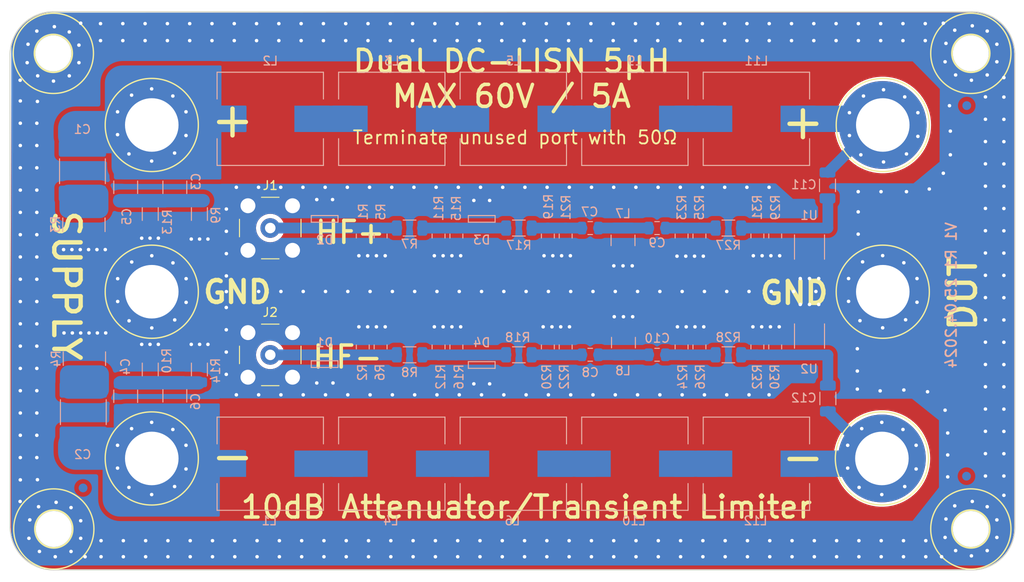
<source format=kicad_pcb>
(kicad_pcb (version 20240108) (generator "pcbnew") (generator_version "8.0")
  (title_block (title "Dual 5uH LISN") (date "2024-04-26") (rev "${git_tag}") (comment 1 "Credits to: Jay_Diddy_B & Noy (eevblog forum)"))
  (layers (0 "F.Cu" power "Front") (31 "B.Cu" power "Back") (34 "B.Paste" user) (35 "F.Paste" user) (36 "B.SilkS" user "B.Silkscreen") (37 "F.SilkS" user "F.Silkscreen") (38 "B.Mask" user) (39 "F.Mask" user) (44 "Edge.Cuts" user))
  (property "git_tag" "V1_R1")
  (net 0 "")
  (net 1 "GND")
  (net 2 "Net-(C2-Pad2)")
  (net 3 "Net-(C1-Pad2)")
  (net 4 "Net-(C3-Pad2)")
  (net 5 "Net-(C4-Pad2)")
  (net 6 "Net-(C7-Pad1)")
  (net 7 "Net-(C8-Pad1)")
  (net 8 "Net-(C7-Pad2)")
  (net 9 "Net-(C9-Pad2)")
  (net 10 "Net-(C10-Pad2)")
  (net 11 "Net-(C11-Pad2)")
  (net 12 "Net-(C12-Pad2)")
  (net 13 "Net-(J5-P)")
  (net 14 "Net-(J4-P)")
  (net 15 "Net-(J6-P)")
  (net 16 "Net-(C10-Pad1)")
  (net 17 "Net-(L1-Pad2)")
  (net 18 "Net-(L2-Pad2)")
  (net 19 "Net-(L3-Pad2)")
  (net 20 "Net-(L4-Pad2)")
  (net 21 "Net-(L5-Pad2)")
  (net 22 "Net-(L10-Pad1)")
  (net 23 "Net-(L11-Pad1)")
  (net 24 "Net-(L10-Pad2)")
  (net 25 "Net-(D1-A)")
  (net 26 "Net-(D2-A)")
  (net 27 "Net-(D3-A)")
  (net 28 "Net-(D4-A)")
  (net 29 "Net-(J7-P)")
  (footprint "Connector_Coaxial:SMB_Jack_Vertical" (layer "F.Cu") (at 128.576 103.0055)
    (property "Reference" "J1")
    (property "Value" "Conn_SMA")
  )
  (footprint "Connector_Coaxial:SMB_Jack_Vertical" (layer "F.Cu") (at 128.576 117.462)
    (property "Reference" "J2")
    (property "Value" "Conn_SMA")
  )
  (footprint "5uH_LISN:4,1-PAD" (layer "F.Cu") (at 103.911 137.3)
    (property "Reference" "H1" (hide yes))
    (property "Value" "MOUNT-PAD-ROUND4.1" (hide yes))
  )
  (footprint "5uH_LISN:4,1-PAD" (layer "F.Cu") (at 103.861 83.1)
    (property "Reference" "H2" (hide yes))
    (property "Value" "MOUNT-PAD-ROUND4.1" (hide yes))
  )
  (footprint "5uH_LISN:4,1-PAD" (layer "F.Cu") (at 208.411 83.1)
    (property "Reference" "H3" (hide yes))
    (property "Value" "MOUNT-PAD-ROUND4.1" (hide yes))
  )
  (footprint "5uH_LISN:4,1-PAD" (layer "F.Cu") (at 208.411 137.3)
    (property "Reference" "H4" (hide yes))
    (property "Value" "MOUNT-PAD-ROUND4.1" (hide yes))
  )
  (footprint "5uH_LISN:B013BK" (layer "F.Cu") (at 103.851 83.063196)
    (property "Reference" "CASE1" (hide yes))
    (property "Value" "B013BK" (hide yes))
    (fp_line (start -4.925 0.22472) (end -4.925 54.024999) (stroke (width 0.1)) (layer "Edge.Cuts"))
    (fp_line (start 0.002112 58.899974) (end 104.824528 58.899999) (stroke (width 0.1)) (layer "Edge.Cuts"))
    (fp_line (start 104.7 -4.700001) (end -0.050025 -4.702392) (stroke (width 0.1)) (layer "Edge.Cuts"))
    (fp_line (start 109.575 54.075143) (end 109.575 0.084174) (stroke (width 0.1)) (layer "Edge.Cuts"))
    (fp_arc (start -4.925 0.22472) (mid -3.500283 -3.24089) (end -0.050025 -4.702392) (stroke (width 0.1)) (layer "Edge.Cuts"))
    (fp_arc (start 0.002112 58.899974) (mid -3.463497 57.475256) (end -4.925 54.024999) (stroke (width 0.1)) (layer "Edge.Cuts"))
    (fp_arc (start 104.7 -4.700001) (mid 108.115198 -3.304162) (end 109.575 0.084174) (stroke (width 0.1)) (layer "Edge.Cuts"))
    (fp_arc (start 109.575 54.075143) (mid 108.183449 57.456091) (end 104.824528 58.899999) (stroke (width 0.1)) (layer "Edge.Cuts"))
  )
  (footprint "5uH_LISN:6,1-PAD" (layer "F.Cu") (at 198.376 110.262)
    (property "Reference" "J8" (hide yes))
    (property "Value" "BANANA_CONN" (hide yes))
  )
  (footprint "5uH_LISN:6,1-PAD" (layer "F.Cu") (at 115.076 110.262)
    (property "Reference" "J3" (hide yes))
    (property "Value" "BANANA_CONN" (hide yes))
  )
  (footprint "5uH_LISN:6,1-PAD" (layer "F.Cu") (at 198.376 91.262)
    (property "Reference" "J6" (hide yes))
    (property "Value" "BANANA_CONN" (hide yes))
  )
  (footprint "5uH_LISN:6,1-PAD" (layer "F.Cu") (at 115.076 129.262)
    (property "Reference" "J4" (hide yes))
    (property "Value" "BANANA_CONN" (hide yes))
  )
  (footprint "5uH_LISN:6,1-PAD" (layer "F.Cu") (at 198.276 129.262)
    (property "Reference" "J7" (hide yes))
    (property "Value" "BANANA_CONN" (hide yes))
  )
  (footprint "5uH_LISN:RF_CAP" (layer "F.Cu") (at 128.576 117.462)
    (property "Reference" "RF1" (hide yes))
    (property "Value" "132360" (hide yes))
  )
  (footprint "5uH_LISN:6,1-PAD" (layer "F.Cu") (at 115.076 91.262)
    (property "Reference" "J5" (hide yes))
    (property "Value" "BANANA_CONN" (hide yes))
  )
  (footprint "Capacitor_SMD:C_2220_5650Metric" (layer "B.Cu") (at 107.176 96.528 -90)
    (property "Reference" "C1")
    (property "Value" "22uF" (hide yes))
  )
  (footprint "Capacitor_SMD:C_2220_5650Metric" (layer "B.Cu") (at 107.276 123.985 90)
    (property "Reference" "C2")
    (property "Value" "22uF" (hide yes))
  )
  (footprint "Capacitor_SMD:C_1210_3225Metric" (layer "B.Cu") (at 117.704 98.362 -90)
    (property "Reference" "C3")
    (property "Value" "2.2uF" (hide yes))
  )
  (footprint "Capacitor_SMD:C_1210_3225Metric" (layer "B.Cu") (at 112.104 122.173 90)
    (property "Reference" "C4")
    (property "Value" "2.2uF" (hide yes))
  )
  (footprint "Capacitor_SMD:C_1210_3225Metric" (layer "B.Cu") (at 112.104 98.362 -90)
    (property "Reference" "C5")
    (property "Value" "2.2uF" (hide yes))
  )
  (footprint "Capacitor_SMD:C_1210_3225Metric" (layer "B.Cu") (at 117.704 122.123 90)
    (property "Reference" "C6")
    (property "Value" "2.2uF" (hide yes))
  )
  (footprint "5uH_LISN:SOT23-DIODEDUAL" (layer "B.Cu") (at 134.776 101.962 180)
    (property "Reference" "D2")
    (property "Value" "BAV99,215" (hide yes))
  )
  (footprint "5uH_LISN:SOT23-DIODEDUAL" (layer "B.Cu") (at 152.676 101.962 180)
    (property "Reference" "D3")
    (property "Value" "BAV99,215" (hide yes))
  )
  (footprint "5uH_LISN:SOT23-DIODEDUAL" (layer "B.Cu") (at 134.776 118.512)
    (property "Reference" "D1")
    (property "Value" "BAV99,215" (hide yes))
  )
  (footprint "5uH_LISN:SOT23-DIODEDUAL" (layer "B.Cu") (at 152.676 118.612)
    (property "Reference" "D4")
    (property "Value" "BAV99,215" (hide yes))
  )
  (footprint "Resistor_SMD:R_0805_2012Metric" (layer "B.Cu") (at 139.12 103.918 90)
    (property "Reference" "R1")
    (property "Value" "909R" (hide yes))
  )
  (footprint "Resistor_SMD:R_0805_2012Metric" (layer "B.Cu") (at 139.12 116.5495 -90)
    (property "Reference" "R2")
    (property "Value" "909R" (hide yes))
  )
  (footprint "Resistor_SMD:R_1218_3246Metric" (layer "B.Cu") (at 107.342 102.634 -90)
    (property "Reference" "R3")
    (property "Value" "1R" (hide yes))
  )
  (footprint "Resistor_SMD:R_1218_3246Metric" (layer "B.Cu") (at 107.4 117.889 90)
    (property "Reference" "R4")
    (property "Value" "1R" (hide yes))
  )
  (footprint "Resistor_SMD:R_0805_2012Metric" (layer "B.Cu") (at 141.152 103.918 90)
    (property "Reference" "R5")
    (property "Value" "825R" (hide yes))
  )
  (footprint "Resistor_SMD:R_0805_2012Metric" (layer "B.Cu") (at 141.152 116.5495 -90)
    (property "Reference" "R6")
    (property "Value" "825R" (hide yes))
  )
  (footprint "Resistor_SMD:R_1206_3216Metric" (layer "B.Cu") (at 144.454 103.009)
    (property "Reference" "R7")
    (property "Value" "12.1R" (hide yes))
  )
  (footprint "Resistor_SMD:R_1206_3216Metric" (layer "B.Cu") (at 144.454 117.448)
    (property "Reference" "R8")
    (property "Value" "12.1R" (hide yes))
  )
  (footprint "Resistor_SMD:R_1206_3216Metric" (layer "B.Cu") (at 120.504 101.412 -90)
    (property "Reference" "R9")
    (property "Value" "0R" (hide yes))
  )
  (footprint "Resistor_SMD:R_1206_3216Metric" (layer "B.Cu") (at 114.904 119.123 90)
    (property "Reference" "R10")
    (property "Value" "0R" (hide yes))
  )
  (footprint "Resistor_SMD:R_0805_2012Metric" (layer "B.Cu") (at 147.756 103.918 90)
    (property "Reference" "R11")
    (property "Value" "243R" (hide yes))
  )
  (footprint "Resistor_SMD:R_0805_2012Metric" (layer "B.Cu") (at 147.756 116.5495 -90)
    (property "Reference" "R12")
    (property "Value" "243R" (hide yes))
  )
  (footprint "Resistor_SMD:R_1206_3216Metric" (layer "B.Cu") (at 114.904 101.412 -90)
    (property "Reference" "R13")
    (property "Value" "0R" (hide yes))
  )
  (footprint "Resistor_SMD:R_1206_3216Metric" (layer "B.Cu") (at 120.504 119.123 90)
    (property "Reference" "R14")
    (property "Value" "0R" (hide yes))
  )
  (footprint "Resistor_SMD:R_0805_2012Metric" (layer "B.Cu") (at 149.788 103.918 90)
    (property "Reference" "R15")
    (property "Value" "274R" (hide yes))
  )
  (footprint "Resistor_SMD:R_0805_2012Metric" (layer "B.Cu") (at 149.788 116.5495 -90)
    (property "Reference" "R16")
    (property "Value" "274R" (hide yes))
  )
  (footprint "Capacitor_SMD:C_0805_2012Metric" (layer "B.Cu") (at 165.036 103.009)
    (property "Reference" "C7")
    (property "Value" "470nF" (hide yes))
  )
  (footprint "Capacitor_SMD:C_0805_2012Metric" (layer "B.Cu") (at 165.036 117.448)
    (property "Reference" "C8")
    (property "Value" "470nF" (hide yes))
  )
  (footprint "Capacitor_SMD:C_0805_2012Metric" (layer "B.Cu") (at 172.656 103.009)
    (property "Reference" "C9")
    (property "Value" "470nF" (hide yes))
  )
  (footprint "Capacitor_SMD:C_0805_2012Metric" (layer "B.Cu") (at 172.656 117.448)
    (property "Reference" "C10")
    (property "Value" "470nF" (hide yes))
  )
  (footprint "Capacitor_SMD:C_1206_3216Metric" (layer "B.Cu") (at 192.076 98.146 -90)
    (property "Reference" "C11")
    (property "Value" "100nF" (hide yes))
  )
  (footprint "Capacitor_SMD:C_1206_3216Metric" (layer "B.Cu") (at 192.118 122.428 90)
    (property "Reference" "C12")
    (property "Value" "100nF" (hide yes))
  )
  (footprint "Resistor_SMD:R_1206_3216Metric" (layer "B.Cu") (at 156.908 103.009)
    (property "Reference" "R17")
    (property "Value" "30.1R" (hide yes))
  )
  (footprint "Resistor_SMD:R_1206_3216Metric" (layer "B.Cu") (at 156.908 117.448)
    (property "Reference" "R18")
    (property "Value" "30.1R" (hide yes))
  )
  (footprint "Resistor_SMD:R_0805_2012Metric" (layer "B.Cu") (at 160.21 103.918 90)
    (property "Reference" "R19")
    (property "Value" "432R" (hide yes))
  )
  (footprint "Resistor_SMD:R_0805_2012Metric" (layer "B.Cu") (at 160.21 116.5495 -90)
    (property "Reference" "R20")
    (property "Value" "432R" (hide yes))
  )
  (footprint "Resistor_SMD:R_0805_2012Metric" (layer "B.Cu") (at 162.242 103.918 90)
    (property "Reference" "R21")
    (property "Value" "432R" (hide yes))
  )
  (footprint "Resistor_SMD:R_0805_2012Metric" (layer "B.Cu") (at 162.242 116.5495 -90)
    (property "Reference" "R22")
    (property "Value" "432R" (hide yes))
  )
  (footprint "Resistor_SMD:R_0805_2012Metric" (layer "B.Cu") (at 175.45 103.918 90)
    (property "Reference" "R23")
    (property "Value" "432R" (hide yes))
  )
  (footprint "Resistor_SMD:R_0805_2012Metric" (layer "B.Cu") (at 175.45 116.5495 -90)
    (property "Reference" "R24")
    (property "Value" "432R" (hide yes))
  )
  (footprint "Resistor_SMD:R_0805_2012Metric" (layer "B.Cu") (at 177.482 103.918 90)
    (property "Reference" "R25")
    (property "Value" "432R" (hide yes))
  )
  (footprint "Resistor_SMD:R_0805_2012Metric" (layer "B.Cu") (at 177.482 116.5495 -90)
    (property "Reference" "R26")
    (property "Value" "432R" (hide yes))
  )
  (footprint "Resistor_SMD:R_1206_3216Metric" (layer "B.Cu") (at 180.784 103.009)
    (property "Reference" "R27")
    (property "Value" "18.2R" (hide yes))
  )
  (footprint "Resistor_SMD:R_1206_3216Metric" (layer "B.Cu") (at 180.784 117.448)
    (property "Reference" "R28")
    (property "Value" "18.2R" (hide yes))
  )
  (footprint "Resistor_SMD:R_0805_2012Metric" (layer "B.Cu") (at 186.118 103.912 90)
    (property "Reference" "R29")
    (property "Value" "562R" (hide yes))
  )
  (footprint "Resistor_SMD:R_0805_2012Metric" (layer "B.Cu") (at 186.118 116.5495 -90)
    (property "Reference" "R30")
    (property "Value" "562R" (hide yes))
  )
  (footprint "Resistor_SMD:R_0805_2012Metric" (layer "B.Cu") (at 184.086 103.912 90)
    (property "Reference" "R31")
    (property "Value" "619R" (hide yes))
  )
  (footprint "Resistor_SMD:R_0805_2012Metric" (layer "B.Cu") (at 184.086 116.5495 -90)
    (property "Reference" "R32")
    (property "Value" "619R" (hide yes))
  )
  (footprint "5uH_LISN:SMS1040" (layer "B.Cu") (at 142.426 129.862)
    (property "Reference" "L4")
    (property "Value" "1.0uH" (hide yes))
  )
  (footprint "5uH_LISN:SMS1040" (layer "B.Cu") (at 128.576 129.862)
    (property "Reference" "L1")
    (property "Value" "1.0uH" (hide yes))
  )
  (footprint "Fiducial:Fiducial_1mm_Mask2mm" (layer "B.Cu") (at 207.916 131.282 180)
    (property "Reference" "FID2" (hide yes))
    (property "Value" "Fiducial" (hide yes))
  )
  (footprint "5uH_LISN:SMS1040" (layer "B.Cu") (at 183.976 129.862)
    (property "Reference" "L12")
    (property "Value" "1.0uH" (hide yes))
  )
  (footprint "Fuse:Fuse_1812_4532Metric" (layer "B.Cu") (at 190.026 105.1745 90)
    (property "Reference" "U1")
    (property "Value" "SMD75XM" (hide yes))
  )
  (footprint "Fuse:Fuse_1812_4532Metric" (layer "B.Cu") (at 190.026 115.312 -90)
    (property "Reference" "U2")
    (property "Value" "SMD75XM" (hide yes))
  )
  (footprint "Fiducial:Fiducial_1mm_Mask2mm" (layer "B.Cu") (at 207.946 89.052 180)
    (property "Reference" "FID1" (hide yes))
    (property "Value" "Fiducial" (hide yes))
  )
  (footprint "5uH_LISN:SMS1040" (layer "B.Cu") (at 170.126 129.862)
    (property "Reference" "L10")
    (property "Value" "1.0uH" (hide yes))
  )
  (footprint "5uH_LISN:SMS1040" (layer "B.Cu") (at 170.126 90.562)
    (property "Reference" "L9")
    (property "Value" "1.0uH" (hide yes))
  )
  (footprint "Inductor_SMD:L_1210_3225Metric" (layer "B.Cu") (at 168.776 104.412 -90)
    (property "Reference" "L7")
    (property "Value" "1mH" (hide yes))
  )
  (footprint "5uH_LISN:SMS1040" (layer "B.Cu") (at 142.426 90.562)
    (property "Reference" "L3")
    (property "Value" "1.0uH" (hide yes))
  )
  (footprint "5uH_LISN:SMS1040" (layer "B.Cu") (at 128.576 90.562)
    (property "Reference" "L2")
    (property "Value" "1.0uH" (hide yes))
  )
  (footprint "5uH_LISN:SMS1040" (layer "B.Cu") (at 156.276 90.562)
    (property "Reference" "L5")
    (property "Value" "1.0uH" (hide yes))
  )
  (footprint "Fiducial:Fiducial_1mm_Mask2mm" (layer "B.Cu") (at 107.246 132.622 180)
    (property "Reference" "FID3" (hide yes))
    (property "Value" "Fiducial" (hide yes))
  )
  (footprint "Inductor_SMD:L_1210_3225Metric" (layer "B.Cu") (at 168.826 116.062 90)
    (property "Reference" "L8")
    (property "Value" "1mH" (hide yes))
  )
  (footprint "5uH_LISN:SMS1040" (layer "B.Cu") (at 156.276 129.862)
    (property "Reference" "L6")
    (property "Value" "1.0uH" (hide yes))
  )
  (footprint "5uH_LISN:SMS1040" (layer "B.Cu") (at 183.976 90.562)
    (property "Reference" "L11")
    (property "Value" "1.0uH" (hide yes))
  )
  (gr_text "V1 R1 25.04.2024" (at 206.876 110.662 90) (layer "B.SilkS") (effects (font (size 1.2 1.2) (thickness 0.2)) (justify bottom mirror)))
  (gr_text "GND\n" (at 188.276 111.862 0) (layer "F.SilkS") (effects (font (size 2.5 2.5) (thickness 0.5) (bold yes)) (justify bottom)))
  (gr_text "GND\n" (at 124.826 111.762 0) (layer "F.SilkS") (effects (font (size 2.5 2.5) (thickness 0.5) (bold yes)) (justify bottom)))
  (gr_text "SUPPLY" (at 103.576 109.562 -90) (layer "F.SilkS") (effects (font (size 3 3) (thickness 0.5)) (justify bottom)))
  (gr_text "HF+" (at 137.676 104.962 0) (layer "F.SilkS") (effects (font (size 2.5 2.5) (thickness 0.4)) (justify bottom)))
  (gr_text "HF-" (at 137.376 119.162 0) (layer "F.SilkS") (effects (font (size 2.5 2.5) (thickness 0.4)) (justify bottom)))
  (gr_text "MAX 60V / 5A" (at 156.076 89.462 0) (layer "F.SilkS") (effects (font (size 2.5 2.5) (thickness 0.4)) (justify bottom)))
  (gr_text "-" (at 124.276 131.262 0) (layer "F.SilkS") (effects (font (size 4 4) (thickness 0.5)) (justify bottom mirror)))
  (gr_text "Dual DC-LISN 5µH" (at 156.076 85.462 0) (layer "F.SilkS") (effects (font (size 2.5 2.5) (thickness 0.4)) (justify bottom)))
  (gr_text "10dB Attenuator/Transient Limiter" (at 157.776 136.262 0) (layer "F.SilkS") (effects (font (size 2.5 2.5) (thickness 0.4)) (justify bottom)))
  (gr_text "DUT" (at 209.276 110.452 90) (layer "F.SilkS") (effects (font (size 3 3) (thickness 0.5)) (justify bottom)))
  (gr_text "-" (at 189.276 131.362 0) (layer "F.SilkS") (effects (font (size 4 4) (thickness 0.5)) (justify bottom mirror)))
  (gr_text "+" (at 189.276 93.162 0) (layer "F.SilkS") (effects (font (size 4 4) (thickness 0.5)) (justify bottom mirror)))
  (gr_text "+" (at 124.276 92.962 0) (layer "F.SilkS") (effects (font (size 4 4) (thickness 0.5)) (justify bottom mirror)))
  (gr_text "Terminate unused port with 50Ω" (at 156.476 93.562 0) (layer "F.SilkS") (effects (font (size 1.5 1.5) (thickness 0.2)) (justify bottom)))
  (via (at 111.776 79.712) (size 0.9) (drill 0.4) (layers "F.Cu" "B.Cu") (net 1))
  (via (at 114.316 79.712) (size 0.9) (drill 0.4) (layers "F.Cu" "B.Cu") (net 1))
  (via (at 116.856 79.712) (size 0.9) (drill 0.4) (layers "F.Cu" "B.Cu") (net 1))
  (via (at 119.396 79.712) (size 0.9) (drill 0.4) (layers "F.Cu" "B.Cu") (net 1))
  (via (at 121.936 79.712) (size 0.9) (drill 0.4) (layers "F.Cu" "B.Cu") (net 1))
  (via (at 124.476 79.712) (size 0.9) (drill 0.4) (layers "F.Cu" "B.Cu") (net 1))
  (via (at 127.016 79.712) (size 0.9) (drill 0.4) (layers "F.Cu" "B.Cu") (net 1))
  (via (at 129.556 79.712) (size 0.9) (drill 0.4) (layers "F.Cu" "B.Cu") (net 1))
  (via (at 132.096 79.712) (size 0.9) (drill 0.4) (layers "F.Cu" "B.Cu") (net 1))
  (via (at 134.636 79.712) (size 0.9) (drill 0.4) (layers "F.Cu" "B.Cu") (net 1))
  (via (at 137.176 79.712) (size 0.9) (drill 0.4) (layers "F.Cu" "B.Cu") (net 1))
  (via (at 139.716 79.712) (size 0.9) (drill 0.4) (layers "F.Cu" "B.Cu") (net 1))
  (via (at 142.256 79.712) (size 0.9) (drill 0.4) (layers "F.Cu" "B.Cu") (net 1))
  (via (at 144.796 79.712) (size 0.9) (drill 0.4) (layers "F.Cu" "B.Cu") (net 1))
  (via (at 147.336 79.712) (size 0.9) (drill 0.4) (layers "F.Cu" "B.Cu") (net 1))
  (via (at 149.876 79.712) (size 0.9) (drill 0.4) (layers "F.Cu" "B.Cu") (net 1))
  (via (at 152.416 79.712) (size 0.9) (drill 0.4) (layers "F.Cu" "B.Cu") (net 1))
  (via (at 154.956 79.712) (size 0.9) (drill 0.4) (layers "F.Cu" "B.Cu") (net 1))
  (via (at 157.496 79.712) (size 0.9) (drill 0.4) (layers "F.Cu" "B.Cu") (net 1))
  (via (at 160.036 79.712) (size 0.9) (drill 0.4) (layers "F.Cu" "B.Cu") (net 1))
  (via (at 162.576 79.712) (size 0.9) (drill 0.4) (layers "F.Cu" "B.Cu") (net 1))
  (via (at 165.116 79.712) (size 0.9) (drill 0.4) (layers "F.Cu" "B.Cu") (net 1))
  (via (at 167.656 79.712) (size 0.9) (drill 0.4) (layers "F.Cu" "B.Cu") (net 1))
  (via (at 170.196 79.712) (size 0.9) (drill 0.4) (layers "F.Cu" "B.Cu") (net 1))
  (via (at 172.736 79.712) (size 0.9) (drill 0.4) (layers "F.Cu" "B.Cu") (net 1))
  (via (at 175.276 79.712) (size 0.9) (drill 0.4) (layers "F.Cu" "B.Cu") (net 1))
  (via (at 177.816 79.712) (size 0.9) (drill 0.4) (layers "F.Cu" "B.Cu") (net 1))
  (via (at 180.356 79.712) (size 0.9) (drill 0.4) (layers "F.Cu" "B.Cu") (net 1))
  (via (at 182.896 79.712) (size 0.9) (drill 0.4) (layers "F.Cu" "B.Cu") (net 1))
  (via (at 185.436 79.712) (size 0.9) (drill 0.4) (layers "F.Cu" "B.Cu") (net 1))
  (via (at 187.976 79.712) (size 0.9) (drill 0.4) (layers "F.Cu" "B.Cu") (net 1))
  (via (at 190.516 79.712) (size 0.9) (drill 0.4) (layers "F.Cu" "B.Cu") (net 1))
  (via (at 193.056 79.712) (size 0.9) (drill 0.4) (layers "F.Cu" "B.Cu") (net 1))
  (via (at 195.596 79.712) (size 0.9) (drill 0.4) (layers "F.Cu" "B.Cu") (net 1))
  (via (at 198.136 79.712) (size 0.9) (drill 0.4) (layers "F.Cu" "B.Cu") (net 1))
  (via (at 200.676 79.712) (size 0.9) (drill 0.4) (layers "F.Cu" "B.Cu") (net 1))
  (via (at 203.216 79.712) (size 0.9) (drill 0.4) (layers "F.Cu" "B.Cu") (net 1))
  (via (at 172.796 140.462) (size 0.9) (drill 0.4) (layers "F.Cu" "B.Cu") (net 1))
  (via (at 175.336 140.462) (size 0.9) (drill 0.4) (layers "F.Cu" "B.Cu") (net 1))
  (via (at 127.076 140.462) (size 0.9) (drill 0.4) (layers "F.Cu" "B.Cu") (net 1))
  (via (at 162.636 140.462) (size 0.9) (drill 0.4) (layers "F.Cu" "B.Cu") (net 1))
  (via (at 165.176 140.462) (size 0.9) (drill 0.4) (layers "F.Cu" "B.Cu") (net 1))
  (via (at 188.036 140.462) (size 0.9) (drill 0.4) (layers "F.Cu" "B.Cu") (net 1))
  (via (at 190.576 140.462) (size 0.9) (drill 0.4) (layers "F.Cu" "B.Cu") (net 1))
  (via (at 119.456 140.462) (size 0.9) (drill 0.4) (layers "F.Cu" "B.Cu") (net 1))
  (via (at 132.156 140.462) (size 0.9) (drill 0.4) (layers "F.Cu" "B.Cu") (net 1))
  (via (at 134.696 140.462) (size 0.9) (drill 0.4) (layers "F.Cu" "B.Cu") (net 1))
  (via (at 142.316 140.462) (size 0.9) (drill 0.4) (layers "F.Cu" "B.Cu") (net 1))
  (via (at 144.856 140.462) (size 0.9) (drill 0.4) (layers "F.Cu" "B.Cu") (net 1))
  (via (at 147.396 140.462) (size 0.9) (drill 0.4) (layers "F.Cu" "B.Cu") (net 1))
  (via (at 149.936 140.462) (size 0.9) (drill 0.4) (layers "F.Cu" "B.Cu") (net 1))
  (via (at 121.996 140.462) (size 0.9) (drill 0.4) (layers "F.Cu" "B.Cu") (net 1))
  (via (at 177.876 140.462) (size 0.9) (drill 0.4) (layers "F.Cu" "B.Cu") (net 1))
  (via (at 180.416 140.462) (size 0.9) (drill 0.4) (layers "F.Cu" "B.Cu") (net 1))
  (via (at 203.276 140.462) (size 0.9) (drill 0.4) (layers "F.Cu" "B.Cu") (net 1))
  (via (at 114.376 140.462) (size 0.9) (drill 0.4) (layers "F.Cu" "B.Cu") (net 1))
  (via (at 116.916 140.462) (size 0.9) (drill 0.4) (layers "F.Cu" "B.Cu") (net 1))
  (via (at 109.296 140.462) (size 0.9) (drill 0.4) (layers "F.Cu" "B.Cu") (net 1))
  (via (at 193.116 140.462) (size 0.9) (drill 0.4) (layers "F.Cu" "B.Cu") (net 1))
  (via (at 195.656 140.462) (size 0.9) (drill 0.4) (layers "F.Cu" "B.Cu") (net 1))
  (via (at 182.956 140.462) (size 0.9) (drill 0.4) (layers "F.Cu" "B.Cu") (net 1))
  (via (at 185.496 140.462) (size 0.9) (drill 0.4) (layers "F.Cu" "B.Cu") (net 1))
  (via (at 167.716 140.462) (size 0.9) (drill 0.4) (layers "F.Cu" "B.Cu") (net 1))
  (via (at 170.256 140.462) (size 0.9) (drill 0.4) (layers "F.Cu" "B.Cu") (net 1))
  (via (at 152.476 140.462) (size 0.9) (drill 0.4) (layers "F.Cu" "B.Cu") (net 1))
  (via (at 155.016 140.462) (size 0.9) (drill 0.4) (layers "F.Cu" "B.Cu") (net 1))
  (via (at 129.616 140.462) (size 0.9) (drill 0.4) (layers "F.Cu" "B.Cu") (net 1))
  (via (at 198.196 140.462) (size 0.9) (drill 0.4) (layers "F.Cu" "B.Cu") (net 1))
  (via (at 200.736 140.462) (size 0.9) (drill 0.4) (layers "F.Cu" "B.Cu") (net 1))
  (via (at 124.536 140.462) (size 0.9) (drill 0.4) (layers "F.Cu" "B.Cu") (net 1))
  (via (at 111.836 140.462) (size 0.9) (drill 0.4) (layers "F.Cu" "B.Cu") (net 1))
  (via (at 137.236 140.462) (size 0.9) (drill 0.4) (layers "F.Cu" "B.Cu") (net 1))
  (via (at 139.776 140.462) (size 0.9) (drill 0.4) (layers "F.Cu" "B.Cu") (net 1))
  (via (at 157.556 140.462) (size 0.9) (drill 0.4) (layers "F.Cu" "B.Cu") (net 1))
  (via (at 160.096 140.462) (size 0.9) (drill 0.4) (layers "F.Cu" "B.Cu") (net 1))
  (via (at 165.354 110.236) (size 0.9) (drill 0.4) (layers "F.Cu" "B.Cu") (net 1))
  (via (at 167.894 110.236) (size 0.9) (drill 0.4) (layers "F.Cu" "B.Cu") (net 1))
  (via (at 155.194 110.236) (size 0.9) (drill 0.4) (layers "F.Cu" "B.Cu") (net 1))
  (via (at 157.734 110.236) (size 0.9) (drill 0.4) (layers "F.Cu" "B.Cu") (net 1))
  (via (at 180.594 110.236) (size 0.9) (drill 0.4) (layers "F.Cu" "B.Cu") (net 1))
  (via (at 183.134 110.236) (size 0.9) (drill 0.4) (layers "F.Cu" "B.Cu") (net 1))
  (via (at 127.254 110.236) (size 0.9) (drill 0.4) (layers "F.Cu" "B.Cu") (net 1))
  (via (at 134.874 110.236) (size 0.9) (drill 0.4) (layers "F.Cu" "B.Cu") (net 1))
  (via (at 137.414 110.236) (size 0.9) (drill 0.4) (layers "F.Cu" "B.Cu") (net 1))
  (via (at 139.954 110.236) (size 0.9) (drill 0.4) (layers "F.Cu" "B.Cu") (net 1))
  (via (at 142.494 110.236) (size 0.9) (drill 0.4) (layers "F.Cu" "B.Cu") (net 1))
  (via (at 170.434 110.236) (size 0.9) (drill 0.4) (layers "F.Cu" "B.Cu") (net 1))
  (via (at 172.974 110.236) (size 0.9) (drill 0.4) (layers "F.Cu" "B.Cu") (net 1))
  (via (at 185.674 110.236) (size 0.9) (drill 0.4) (layers "F.Cu" "B.Cu") (net 1))
  (via (at 188.214 110.236) (size 0.9) (drill 0.4) (layers "F.Cu" "B.Cu") (net 1))
  (via (at 175.514 110.236) (size 0.9) (drill 0.4) (layers "F.Cu" "B.Cu") (net 1))
  (via (at 178.054 110.236) (size 0.9) (drill 0.4) (layers "F.Cu" "B.Cu") (net 1))
  (via (at 160.274 110.236) (size 0.9) (drill 0.4) (layers "F.Cu" "B.Cu") (net 1))
  (via (at 162.814 110.236) (size 0.9) (drill 0.4) (layers "F.Cu" "B.Cu") (net 1))
  (via (at 145.034 110.236) (size 0.9) (drill 0.4) (layers "F.Cu" "B.Cu") (net 1))
  (via (at 147.574 110.236) (size 0.9) (drill 0.4) (layers "F.Cu" "B.Cu") (net 1))
  (via (at 190.754 110.236) (size 0.9) (drill 0.4) (layers "F.Cu" "B.Cu") (net 1))
  (via (at 129.794 110.236) (size 0.9) (drill 0.4) (layers "F.Cu" "B.Cu") (net 1))
  (via (at 132.334 110.236) (size 0.9) (drill 0.4) (layers "F.Cu" "B.Cu") (net 1))
  (via (at 150.114 110.236) (size 0.9) (drill 0.4) (layers "F.Cu" "B.Cu") (net 1))
  (via (at 152.654 110.236) (size 0.9) (drill 0.4) (layers "F.Cu" "B.Cu") (net 1))
  (via (at 160.125824 98.362) (size 0.8) (drill 0.4) (layers "F.Cu" "B.Cu") (net 1))
  (via (at 162.65524 98.362) (size 0.8) (drill 0.4) (layers "F.Cu" "B.Cu") (net 1))
  (via (at 137.36108 98.362) (size 0.8) (drill 0.4) (layers "F.Cu" "B.Cu") (net 1))
  (via (at 172.772904 98.362) (size 0.8) (drill 0.4) (layers "F.Cu" "B.Cu") (net 1))
  (via (at 170.243488 98.362) (size 0.8) (drill 0.4) (layers "F.Cu" "B.Cu") (net 1))
  (via (at 165.184656 98.362) (size 0.8) (drill 0.4) (layers "F.Cu" "B.Cu") (net 1))
  (via (at 157.596408 98.362) (size 0.8) (drill 0.4) (layers "F.Cu" "B.Cu") (net 1))
  (via (at 152.537576 98.362) (size 0.8) (drill 0.4) (layers "F.Cu" "B.Cu") (net 1))
  (via (at 127.243416 98.362) (size 0.8) (drill 0.4) (layers "F.Cu" "B.Cu") (net 1))
  (via (at 139.890496 98.362) (size 0.8) (drill 0.4) (layers "F.Cu" "B.Cu") (net 1))
  (via (at 142.419912 98.362) (size 0.8) (drill 0.4) (layers "F.Cu" "B.Cu") (net 1))
  (via (at 144.949328 98.362) (size 0.8) (drill 0.4) (layers "F.Cu" "B.Cu") (net 1))
  (via (at 147.478744 98.362) (size 0.8) (drill 0.4) (layers "F.Cu" "B.Cu") (net 1))
  (via (at 167.714072 98.362) (size 0.8) (drill 0.4) (layers "F.Cu" "B.Cu") (net 1))
  (via (at 180.361152 98.362) (size 0.8) (drill 0.4) (layers "F.Cu" "B.Cu") (net 1))
  (via (at 124.714 98.362) (size 0.8) (drill 0.4) (layers "F.Cu" "B.Cu") (net 1))
  (via (at 132.302248 98.362) (size 0.8) (drill 0.4) (layers "F.Cu" "B.Cu") (net 1))
  (via (at 150.00816 98.362) (size 0.8) (drill 0.4) (layers "F.Cu" "B.Cu") (net 1))
  (via (at 129.772832 98.362) (size 0.8) (drill 0.4) (layers "F.Cu" "B.Cu") (net 1))
  (via (at 134.831664 98.362) (size 0.8) (drill 0.4) (layers "F.Cu" "B.Cu") (net 1))
  (via (at 155.066992 98.362) (size 0.8) (drill 0.4) (layers "F.Cu" "B.Cu") (net 1))
  (via (at 175.30232 98.362) (size 0.8) (drill 0.4) (layers "F.Cu" "B.Cu") (net 1))
  (via (at 177.831736 98.362) (size 0.8) (drill 0.4) (layers "F.Cu" "B.Cu") (net 1))
  (via (at 182.890568 98.362) (size 0.8) (drill 0.4) (layers "F.Cu" "B.Cu") (net 1))
  (via (at 162.814 122.012) (size 0.8) (drill 0.4) (layers "F.Cu" "B.Cu") (net 1))
  (via (at 178.054 122.012) (size 0.8) (drill 0.4) (layers "F.Cu" "B.Cu") (net 1))
  (via (at 183.134 122.012) (size 0.8) (drill 0.4) (layers "F.Cu" "B.Cu") (net 1))
  (via (at 165.354 122.012) (size 0.8) (drill 0.4) (layers "F.Cu" "B.Cu") (net 1))
  (via (at 170.434 122.012) (size 0.8) (drill 0.4) (layers "F.Cu" "B.Cu") (net 1))
  (via (at 180.594 122.012) (size 0.8) (drill 0.4) (layers "F.Cu" "B.Cu") (net 1))
  (via (at 124.714 122.012) (size 0.8) (drill 0.4) (layers "F.Cu" "B.Cu") (net 1))
  (via (at 172.974 122.012) (size 0.8) (drill 0.4) (layers "F.Cu" "B.Cu") (net 1))
  (via (at 160.274 122.012) (size 0.8) (drill 0.4) (layers "F.Cu" "B.Cu") (net 1))
  (via (at 157.734 122.012) (size 0.8) (drill 0.4) (layers "F.Cu" "B.Cu") (net 1))
  (via (at 155.194 122.012) (size 0.8) (drill 0.4) (layers "F.Cu" "B.Cu") (net 1))
  (via (at 175.514 122.012) (size 0.8) (drill 0.4) (layers "F.Cu" "B.Cu") (net 1))
  (via (at 129.794 122.012) (size 0.8) (drill 0.4) (layers "F.Cu" "B.Cu") (net 1))
  (via (at 134.874 122.012) (size 0.8) (drill 0.4) (layers "F.Cu" "B.Cu") (net 1))
  (via (at 152.654 122.012) (size 0.8) (drill 0.4) (layers "F.Cu" "B.Cu") (net 1))
  (via (at 139.954 122.012) (size 0.8) (drill 0.4) (layers "F.Cu" "B.Cu") (net 1))
  (via (at 137.414 122.012) (size 0.8) (drill 0.4) (layers "F.Cu" "B.Cu") (net 1))
  (via (at 142.494 122.012) (size 0.8) (drill 0.4) (layers "F.Cu" "B.Cu") (net 1))
  (via (at 147.574 122.012) (size 0.8) (drill 0.4) (layers "F.Cu" "B.Cu") (net 1))
  (via (at 167.894 122.012) (size 0.8) (drill 0.4) (layers "F.Cu" "B.Cu") (net 1))
  (via (at 127.254 122.012) (size 0.8) (drill 0.4) (layers "F.Cu" "B.Cu") (net 1))
  (via (at 132.334 122.012) (size 0.8) (drill 0.4) (layers "F.Cu" "B.Cu") (net 1))
  (via (at 150.114 122.012) (size 0.8) (drill 0.4) (layers "F.Cu" "B.Cu") (net 1))
  (via (at 145.034 122.012) (size 0.8) (drill 0.4) (layers "F.Cu" "B.Cu") (net 1))
  (via (at 212.176 88.082) (size 0.9) (drill 0.4) (layers "F.Cu" "B.Cu") (net 1))
  (via (at 212.176 90.622) (size 0.9) (drill 0.4) (layers "F.Cu" "B.Cu") (net 1))
  (via (at 212.176 93.162) (size 0.9) (drill 0.4) (layers "F.Cu" "B.Cu") (net 1))
  (via (at 212.176 95.702) (size 0.9) (drill 0.4) (layers "F.Cu" "B.Cu") (net 1))
  (via (at 212.176 98.242) (size 0.9) (drill 0.4) (layers "F.Cu" "B.Cu") (net 1))
  (via (at 212.176 100.782) (size 0.9) (drill 0.4) (layers "F.Cu" "B.Cu") (net 1))
  (via (at 212.176 103.322) (size 0.9) (drill 0.4) (layers "F.Cu" "B.Cu") (net 1))
  (via (at 212.176 105.862) (size 0.9) (drill 0.4) (layers "F.Cu" "B.Cu") (net 1))
  (via (at 212.176 108.402) (size 0.9) (drill 0.4) (layers "F.Cu" "B.Cu") (net 1))
  (via (at 212.176 110.942) (size 0.9) (drill 0.4) (layers "F.Cu" "B.Cu") (net 1))
  (via (at 212.176 113.482) (size 0.9) (drill 0.4) (layers "F.Cu" "B.Cu") (net 1))
  (via (at 212.176 116.022) (size 0.9) (drill 0.4) (layers "F.Cu" "B.Cu") (net 1))
  (via (at 212.176 118.562) (size 0.9) (drill 0.4) (layers "F.Cu" "B.Cu") (net 1))
  (via (at 212.176 121.102) (size 0.9) (drill 0.4) (layers "F.Cu" "B.Cu") (net 1))
  (via (at 212.176 123.642) (size 0.9) (drill 0.4) (layers "F.Cu" "B.Cu") (net 1))
  (via (at 212.176 126.182) (size 0.9) (drill 0.4) (layers "F.Cu" "B.Cu") (net 1))
  (via (at 212.176 128.722) (size 0.9) (drill 0.4) (layers "F.Cu" "B.Cu") (net 1))
  (via (at 212.176 131.262) (size 0.9) (drill 0.4) (layers "F.Cu" "B.Cu") (net 1))
  (via (at 100.096 108.842) (size 0.9) (drill 0.4) (layers "F.Cu" "B.Cu") (net 1))
  (via (at 100.096 119.002) (size 0.9) (drill 0.4) (layers "F.Cu" "B.Cu") (net 1))
  (via (at 100.096 121.542) (size 0.9) (drill 0.4) (layers "F.Cu" "B.Cu") (net 1))
  (via (at 100.096 129.162) (size 0.9) (drill 0.4) (layers "F.Cu" "B.Cu") (net 1))
  (via (at 100.096 131.702) (size 0.9) (drill 0.4) (layers "F.Cu" "B.Cu") (net 1))
  (via (at 100.096 93.602) (size 0.9) (drill 0.4) (layers "F.Cu" "B.Cu") (net 1))
  (via (at 100.096 98.682) (size 0.9) (drill 0.4) (layers "F.Cu" "B.Cu") (net 1))
  (via (at 100.096 111.382) (size 0.9) (drill 0.4) (layers "F.Cu" "B.Cu") (net 1))
  (via (at 100.096 103.762) (size 0.9) (drill 0.4) (layers "F.Cu" "B.Cu") (net 1))
  (via (at 100.096 96.142) (size 0.9) (drill 0.4) (layers "F.Cu" "B.Cu") (net 1))
  (via (at 100.096 101.222) (size 0.9) (drill 0.4) (layers "F.Cu" "B.Cu") (net 1))
  (via (at 100.096 124.082) (size 0.9) (drill 0.4) (layers "F.Cu" "B.Cu") (net 1))
  (via (at 100.096 126.622) (size 0.9) (drill 0.4) (layers "F.Cu" "B.Cu") (net 1))
  (via (at 100.096 106.302) (size 0.9) (drill 0.4) (layers "F.Cu" "B.Cu") (net 1))
  (via (at 100.096 113.922) (size 0.9) (drill 0.4) (layers "F.Cu" "B.Cu") (net 1))
  (via (at 100.096 116.462) (size 0.9) (drill 0.4) (layers "F.Cu" "B.Cu") (net 1))
  (via (at 100.096 88.522) (size 0.9) (drill 0.4) (layers "F.Cu" "B.Cu") (net 1))
  (via (at 100.096 91.062) (size 0.9) (drill 0.4) (layers "F.Cu" "B.Cu") (net 1))
  (via (at 185.42 98.362) (size 0.8) (drill 0.4) (layers "F.Cu" "B.Cu") (net 1))
  (via (at 185.42 122.012) (size 0.8) (drill 0.4) (layers "F.Cu" "B.Cu") (net 1))
  (via (at 195.576 98.862) (size 0.8) (drill 0.4) (layers "F.Cu" "B.Cu") (net 1))
  (via (at 195.576 101.162) (size 0.8) (drill 0.4) (layers "F.Cu" "B.Cu") (net 1))
  (via (at 195.576 103.702) (size 0.8) (drill 0.4) (layers "F.Cu" "B.Cu") (net 1))
  (via (at 195.476 121.362) (size 0.8) (drill 0.4) (layers "F.Cu" "B.Cu") (net 1))
  (via (at 195.476 116.762) (size 0.8) (drill 0.4) (layers "F.Cu" "B.Cu") (net 1))
  (via (at 195.476 119.302) (size 0.8) (drill 0.4) (layers "F.Cu" "B.Cu") (net 1))
  (via (at 123.576 108.46054) (size 0.8) (drill 0.4) (layers "F.Cu" "B.Cu") (net 1))
  (via (at 123.56584 112.05972) (size 0.8) (drill 0.4) (layers "F.Cu" "B.Cu") (net 1))
  (via (at 123.576 103.38054) (size 0.8) (drill 0.4) (layers "F.Cu" "B.Cu") (net 1))
  (via (at 123.576 100.84054) (size 0.8) (drill 0.4) (layers "F.Cu" "B.Cu") (net 1))
  (via (at 123.576 105.92054) (size 0.8) (drill 0.4) (layers "F.Cu" "B.Cu") (net 1))
  (via (at 123.56584 119.67972) (size 0.8) (drill 0.4) (layers "F.Cu" "B.Cu") (net 1))
  (via (at 123.56584 117.13972) (size 0.8) (drill 0.4) (layers "F.Cu" "B.Cu") (net 1))
  (via (at 123.576 110.25124) (size 0.8) (drill 0.4) (layers "F.Cu" "B.Cu") (net 1))
  (via (at 123.56584 114.59972) (size 0.8) (drill 0.4) (layers "F.Cu" "B.Cu") (net 1))
  (via (at 135.726 120.662) (size 0.9) (drill 0.4) (layers "F.Cu" "B.Cu") (net 1))
  (via (at 102.046 131.682) (size 0.9) (drill 0.4) (layers "F.Cu" "B.Cu") (net 1))
  (via (at 112.79006 106.87606) (size 0.9) (drill 0.4) (layers "F.Cu" "B.Cu") (net 1))
  (via (at 205.776 131.362) (size 0.9) (drill 0.4) (layers "F.Cu" "B.Cu") (net 1))
  (via (at 168.826 113.112) (size 0.9) (drill 0.4) (layers "F.Cu" "B.Cu") (net 1))
  (via (at 101.976 91.062) (size 0.9) (drill 0.4) (layers "F.Cu" "B.Cu") (net 1))
  (via (at 101.976 111.382) (size 0.9) (drill 0.4) (layers "F.Cu" "B.Cu") (net 1))
  (via (at 133.876 120.662) (size 0.9) (drill 0.4) (layers "F.Cu" "B.Cu") (net 1))
  (via (at 185.576 114.262) (size 0.9) (drill 0.4) (layers "F.Cu" "B.Cu") (net 1))
  (via (at 182.956 138.632) (size 0.9) (drill 0.4) (layers "F.Cu" "B.Cu") (net 1))
  (via (at 118.99006 111.47606) (size 0.9) (drill 0.4) (layers "F.Cu" "B.Cu") (net 1))
  (via (at 141.676 106.162) (size 0.9) (drill 0.4) (layers "F.Cu" "B.Cu") (net 1))
  (via (at 210.074 113.472) (size 0.9) (drill 0.4) (layers "F.Cu" "B.Cu") (net 1))
  (via (at 210.276 80.562) (size 0.9) (drill 0.4) (layers "F.Cu" "B.Cu") (net 1))
  (via (at 200.776 121.462) (size 0.9) (drill 0.4) (layers "F.Cu" "B.Cu") (net 1))
  (via (at 159.776 106.162) (size 0.9) (drill 0.4) (layers "F.Cu" "B.Cu") (net 1))
  (via (at 148.276 106.162) (size 0.9) (drill 0.4) (layers "F.Cu" "B.Cu") (net 1))
  (via (at 116.916 138.632) (size 0.9) (drill 0.4) (layers "F.Cu" "B.Cu") (net 1))
  (via (at 152.476 138.632) (size 0.9) (drill 0.4) (layers "F.Cu" "B.Cu") (net 1))
  (via (at 175.976 114.262) (size 0.9) (drill 0.4) (layers "F.Cu" "B.Cu") (net 1))
  (via (at 185.626 106.162) (size 0.9) (drill 0.4) (layers "F.Cu" "B.Cu") (net 1))
  (via (at 211.376 84.062) (size 0.9) (drill 0.4) (layers "F.Cu" "B.Cu") (net 1))
  (via (at 174.926 106.212) (size 0.9) (drill 0.4) (layers "F.Cu" "B.Cu") (net 1))
  (via (at 194.476 111.362) (size 0.9) (drill 0.4) (layers "F.Cu" "B.Cu") (net 1))
  (via (at 206.576 134.662) (size 0.9) (drill 0.4) (layers "F.Cu" "B.Cu") (net 1))
  (via (at 105.676 85.662) (size 0.9) (drill 0.4) (layers "F.Cu" "B.Cu") (net 1))
  (via (at 100.876 84.162) (size 0.9) (drill 0.4) (layers "F.Cu" "B.Cu") (net 1))
  (via (at 119.396 81.648) (size 0.9) (drill 0.4) (layers "F.Cu" "B.Cu") (net 1))
  (via (at 210.076 131.262) (size 0.9) (drill 0.4) (layers "F.Cu" "B.Cu") (net 1))
  (via (at 169.826 107.312) (size 0.9) (drill 0.4) (layers "F.Cu" "B.Cu") (net 1))
  (via (at 206.076 91.962) (size 0.9) (drill 0.4) (layers "F.Cu" "B.Cu") (net 1))
  (via (at 151.776 99.862) (size 0.9) (drill 0.4) (layers "F.Cu" "B.Cu") (net 1))
  (via (at 201.076 98.862) (size 0.9) (drill 0.4) (layers "F.Cu" "B.Cu") (net 1))
  (via (at 147.276 114.262) (size 0.9) (drill 0.4) (layers "F.Cu" "B.Cu") (net 1))
  (via (at 119.576 116.262) (size 0.9) (drill 0.4) (layers "F.Cu" "B.Cu") (net 1))
  (via (at 205.276 79.662) (size 0.9) (drill 0.4) (layers "F.Cu" "B.Cu") (net 1))
  (via (at 114.876 116.262) (size 0.9) (drill 0.4) (layers "F.Cu" "B.Cu") (net 1))
  (via (at 200.976 113.462) (size 0.9) (drill 0.4) (layers "F.Cu" "B.Cu") (net 1))
  (via (at 195.776 113.562) (size 0.9) (drill 0.4) (layers "F.Cu" "B.Cu") (net 1))
  (via (at 150.276 106.162) (size 0.9) (drill 0.4) (layers "F.Cu" "B.Cu") (net 1))
  (via (at 124.476 81.648) (size 0.9) (drill 0.4) (layers "F.Cu" "B.Cu") (net 1))
  (via (at 208.476 86.162) (size 0.9) (drill 0.4) (layers "F.Cu" "B.Cu") (net 1))
  (via (at 157.496 81.648) (size 0.9) (drill 0.4) (layers "F.Cu" "B.Cu") (net 1))
  (via (at 191.076 108.762) (size 0.9) (drill 0.4) (layers "F.Cu" "B.Cu") (net 1))
  (via (at 151.776 120.762) (size 0.9) (drill 0.4) (layers "F.Cu" "B.Cu") (net 1))
  (via (at 105.026 105.462) (size 0.9) (drill 0.4) (layers "F.Cu" "B.Cu") (net 1))
  (via (at 102.046 88.582) (size 0.9) (drill 0.4) (layers "F.Cu" "B.Cu") (net 1))
  (via (at 212.176 85.862) (size 0.9) (drill 0.4) (layers "F.Cu" "B.Cu") (net 1))
  (via (at 142.316 138.632) (size 0.9) (drill 0.4) (layers "F.Cu" "B.Cu") (net 1))
  (via (at 139.676 106.162) (size 0.9) (drill 0.4) (layers "F.Cu" "B.Cu") (net 1))
  (via (at 157.556 138.632) (size 0.9) (drill 0.4) (layers "F.Cu" "B.Cu") (net 1))
  (via (at 101.976 119.002) (size 0.9) (drill 0.4) (layers "F.Cu" "B.Cu") (net 1))
  (via (at 144.856 138.632) (size 0.9) (drill 0.4) (layers "F.Cu" "B.Cu") (net 1))
  (via (at 205.576 136.162) (size 0.9) (drill 0.4) (layers "F.Cu" "B.Cu") (net 1))
  (via (at 195.596 81.648) (size 0.9) (drill 0.4) (layers "F.Cu" "B.Cu") (net 1))
  (via (at 111.836 138.632) (size 0.9) (drill 0.4) (layers "F.Cu" "B.Cu") (net 1))
  (via (at 132.096 81.648) (size 0.9) (drill 0.4) (layers "F.Cu" "B.Cu") (net 1))
  (via (at 210.074 93.152) (size 0.9) (drill 0.4) (layers "F.Cu" "B.Cu") (net 1))
  (via (at 198.196 138.632) (size 0.9) (drill 0.4) (layers "F.Cu" "B.Cu") (net 1))
  (via (at 117.69006 113.47606) (size 0.9) (drill 0.4) (layers "F.Cu" "B.Cu") (net 1))
  (via (at 211.376 136.262) (size 0.9) (drill 0.4) (layers "F.Cu" "B.Cu") (net 1))
  (via (at 100.976 82.062) (size 0.9) (drill 0.4) (layers "F.Cu" "B.Cu") (net 1))
  (via (at 119.456 138.632) (size 0.9) (drill 0.4) (layers "F.Cu" "B.Cu") (net 1))
  (via (at 127.076 138.632) (size 0.9) (drill 0.4) (layers "F.Cu" "B.Cu") (net 1))
  (via (at 106.976 136.362) (size 0.9) (drill 0.4) (layers "F.Cu" "B.Cu") (net 1))
  (via (at 169.876 113.112) (size 0.9) (drill 0.4) (layers "F.Cu" "B.Cu") (net 1))
  (via (at 180.356 81.648) (size 0.9) (drill 0.4) (layers "F.Cu" "B.Cu") (net 1))
  (via (at 113.926 104.162) (size 0.9) (drill 0.4) (layers "F.Cu" "B.Cu") (net 1))
  (via (at 202.276 111.462) (size 0.9) (drill 0.4) (layers "F.Cu" "B.Cu") (net 1))
  (via (at 210.074 116.012) (size 0.9) (drill 0.4) (layers "F.Cu" "B.Cu") (net 1))
  (via (at 102.276 139.862) (size 0.9) (drill 0.4) (layers "F.Cu" "B.Cu") (net 1))
  (via (at 210.276 139.762) (size 0.9) (drill 0.4) (layers "F.Cu" "B.Cu") (net 1))
  (via (at 106.976 114.962) (size 0.9) (drill 0.4) (layers "F.Cu" "B.Cu") (net 1))
  (via (at 101.976 113.922) (size 0.9) (drill 0.4) (layers "F.Cu" "B.Cu") (net 1))
  (via (at 190.516 81.648) (size 0.9) (drill 0.4) (layers "F.Cu" "B.Cu") (net 1))
  (via (at 135.676 99.762) (size 0.9) (drill 0.4) (layers "F.Cu" "B.Cu") (net 1))
  (via (at 180.416 138.632) (size 0.9) (drill 0.4) (layers "F.Cu" "B.Cu") (net 1))
  (via (at 210.074 110.932) (size 0.9) (drill 0.4) (layers "F.Cu" "B.Cu") (net 1))
  (via (at 115.076 106.162) (size 0.9) (drill 0.4) (layers "F.Cu" "B.Cu") (net 1))
  (via (at 182.896 81.648) (size 0.9) (drill 0.4) (layers "F.Cu" "B.Cu") (net 1))
  (via (at 116.856 81.648) (size 0.9) (drill 0.4) (layers "F.Cu" "B.Cu") (net 1))
  (via (at 148.276 114.262) (size 0.9) (drill 0.4) (layers "F.Cu" "B.Cu") (net 1))
  (via (at 108.826 105.462) (size 0.9) (drill 0.4) (layers "F.Cu" "B.Cu") (net 1))
  (via (at 210.074 121.092) (size 0.9) (drill 0.4) (layers "F.Cu" "B.Cu") (net 1))
  (via (at 205.076 140.462) (size 0.9) (drill 0.4) (layers "F.Cu" "B.Cu") (net 1))
  (via (at 109.776 105.462) (size 0.9) (drill 0.4) (layers "F.Cu" "B.Cu") (net 1))
  (via (at 205.776 128.862) (size 0.9) (drill 0.4) (layers "F.Cu" "B.Cu") (net 1))
  (via (at 198.136 81.648) (size 0.9) (drill 0.4) (layers "F.Cu" "B.Cu") (net 1))
  (via (at 183.576 114.262) (size 0.9) (drill 0.4) (layers "F.Cu" "B.Cu") (net 1))
  (via (at 185.496 138.632) (size 0.9) (drill 0.4) (layers "F.Cu" "B.Cu") (net 1))
  (via (at 205.276 96.762) (size 0.9) (drill 0.4) (layers "F.Cu" "B.Cu") (net 1))
  (via (at 105.076 114.962) (size 0.9) (drill 0.4) (layers "F.Cu" "B.Cu") (net 1))
  (via (at 210.074 108.392) (size 0.9) (drill 0.4) (layers "F.Cu" "B.Cu") (net 1))
  (via (at 203.276 138.632) (size 0.9) (drill 0.4) (layers "F.Cu" "B.Cu") (net 1))
  (via (at 137.176 81.648) (size 0.9) (drill 0.4) (layers "F.Cu" "B.Cu") (net 1))
  (via (at 177.926 106.212) (size 0.9) (drill 0.4) (layers "F.Cu" "B.Cu") (net 1))
  (via (at 175.336 138.632) (size 0.9) (drill 0.4) (layers "F.Cu" "B.Cu") (net 1))
  (via (at 162.576 81.648) (size 0.9) (drill 0.4) (layers "F.Cu" "B.Cu") (net 1))
  (via (at 203.676 98.562) (size 0.9) (drill 0.4) (layers "F.Cu" "B.Cu") (net 1))
  (via (at 121.476 116.262) (size 0.9) (drill 0.4) (layers "F.Cu" "B.Cu") (net 1))
  (via (at 202.276 108.762) (size 0.9) (drill 0.4) (layers "F.Cu" "B.Cu") (net 1))
  (via (at 147.276 106.162) (size 0.9) (drill 0.4) (layers "F.Cu" "B.Cu") (net 1))
  (via (at 137.236 138.632) (size 0.9) (drill 0.4) (layers "F.Cu" "B.Cu") (net 1))
  (via (at 149.276 114.262) (size 0.9) (drill 0.4) (layers "F.Cu" "B.Cu") (net 1))
  (via (at 102.176 134.762) (size 0.9) (drill 0.4) (layers "F.Cu" "B.Cu") (net 1))
  (via (at 172.736 81.648) (size 0.9) (drill 0.4) (layers "F.Cu" "B.Cu") (net 1))
  (via (at 165.176 138.632) (size 0.9) (drill 0.4) (layers "F.Cu" "B.Cu") (net 1))
  (via (at 121.996 138.632) (size 0.9) (drill 0.4) (layers "F.Cu" "B.Cu") (net 1))
  (via (at 101.976 93.602) (size 0.9) (drill 0.4) (layers "F.Cu" "B.Cu") (net 1))
  (via (at 175.276 81.648) (size 0.9) (drill 0.4) (layers "F.Cu" "B.Cu") (net 1))
  (via (at 198.176 98.862) (size 0.9) (drill 0.4) (layers "F.Cu" "B.Cu") (net 1))
  (via (at 205.776 126.362) (size 0.9) (drill 0.4) (layers "F.Cu" "B.Cu") (net 1))
  (via (at 203.216 81.648) (size 0.9) (drill 0.4) (layers "F.Cu" "B.Cu") (net 1))
  (via (at 194.476 108.762) (size 0.9) (drill 0.4) (layers "F.Cu" "B.Cu") (net 1))
  (via (at 152.416 81.648) (size 0.9) (drill 0.4) (layers "F.Cu" "B.Cu") (net 1))
  (via (at 188.036 138.632) (size 0.9) (drill 0.4) (layers "F.Cu" "B.Cu") (net 1))
  (via (at 115.076 114.39012) (size 0.9) (drill 0.4) (layers "F.Cu" "B.Cu") (net 1))
  (via (at 114.376 138.632) (size 0.9) (drill 0.4) (layers "F.Cu" "B.Cu") (net 1))
  (via (at 142.256 81.648) (size 0.9) (drill 0.4) (layers "F.Cu" "B.Cu") (net 1))
  (via (at 149.936 138.632) (size 0.9) (drill 0.4) (layers "F.Cu" "B.Cu") (net 1))
  (via (at 101.976 101.222) (size 0.9) (drill 0.4) (layers "F.Cu" "B.Cu") (net 1))
  (via (at 210.074 123.632) (size 0.9) (drill 0.4) (layers "F.Cu" "B.Cu") (net 1))
  (via (at 205.476 138.262) (size 0.9) (drill 0.4) (layers "F.Cu" "B.Cu") (net 1))
  (via (at 176.976 114.262) (size 0.9) (drill 0.4) (layers "F.Cu" "B.Cu") (net 1))
  (via (at 210.276 85.562) (size 0.9) (drill 0.4) (layers "F.Cu" "B.Cu") (net 1))
  (via (at 205.476 123.762) (size 0.9) (drill 0.4) (layers "F.Cu" "B.Cu") (net 1))
  (via (at 149.876 81.648) (size 0.9) (drill 0.4) (layers "F.Cu" "B.Cu") (net 1))
  (via (at 200.736 138.632) (size 0.9) (drill 0.4) (layers "F.Cu" "B.Cu") (net 1))
  (via (at 134.636 81.648) (size 0.9) (drill 0.4) (layers "F.Cu" "B.Cu") (net 1))
  (via (at 187.976 81.648) (size 0.9) (drill 0.4) (layers "F.Cu" "B.Cu") (net 1))
  (via (at 161.676 114.262) (size 0.9) (drill 0.4) (layers "F.Cu" "B.Cu") (net 1))
  (via (at 195.656 138.632) (size 0.9) (drill 0.4) (layers "F.Cu" "B.Cu") (net 1))
  (via (at 172.796 138.632) (size 0.9) (drill 0.4) (layers "F.Cu" "B.Cu") (net 1))
  (via (at 205.976 89.062) (size 0.9) (drill 0.4) (layers "F.Cu" "B.Cu") (net 1))
  (via (at 190.026 111.712) (size 0.9) (drill 0.4) (layers "F.Cu" "B.Cu") (net 1))
  (via (at 177.876 138.632) (size 0.9) (drill 0.4) (layers "F.Cu" "B.Cu") (net 1))
  (via (at 106.976 138.362) (size 0.9) (drill 0.4) (layers "F.Cu" "B.Cu") (net 1))
  (via (at 101.976 126.622) (size 0.9) (drill 0.4) (layers "F.Cu" "B.Cu") (net 1))
  (via (at 174.976 114.262) (size 0.9) (drill 0.4) (layers "F.Cu" "B.Cu") (net 1))
  (via (at 168.776 107.312) (size 0.9) (drill 0.4) (layers "F.Cu" "B.Cu") (net 1))
  (via (at 153.576 120.762) (size 0.9) (drill 0.4) (layers "F.Cu" "B.Cu") (net 1))
  (via (at 206.076 94.662) (size 0.9) (drill 0.4) (layers "F.Cu" "B.Cu") (net 1))
  (via (at 188.976 111.712) (size 0.9) (drill 0.4) (layers "F.Cu" "B.Cu") (net 1))
  (via (at 208.576 134.162) (size 0.9) (drill 0.4) (layers "F.Cu" "B.Cu") (net 1))
  (via (at 210.276 134.762) (size 0.9) (drill 0.4) (layers "F.Cu" "B.Cu") (net 1))
  (via (at 154.956 81.648) (size 0.9) (drill 0.4) (layers "F.Cu" "B.Cu") (net 1))
  (via (at 176.926 106.212) (size 0.9) (drill 0.4) (layers "F.Cu" "B.Cu") (net 1))
  (via (at 212.176 133.462) (size 0.9) (drill 0.4) (layers "F.Cu" "B.Cu") (net 1))
  (via (at 167.726 107.312) (size 0.9) (drill 0.4) (layers "F.Cu" "B.Cu") (net 1))
  (via (at 167.656 81.648) (size 0.9) (drill 0.4) (layers "F.Cu" "B.Cu") (net 1))
  (via (at 177.976 114.262) (size 0.9) (drill 0.4) (layers "F.Cu" "B.Cu") (net 1))
  (via (at 211.376 82.062) (size 0.9) (drill 0.4) (layers "F.Cu" "B.Cu") (net 1))
  (via (at 167.716 138.632) (size 0.9) (drill 0.4) (layers "F.Cu" "B.Cu") (net 1))
  (via (at 127.016 81.648) (size 0.9) (drill 0.4) (layers "F.Cu" "B.Cu") (net 1))
  (via (at 104.076 140.462) (size 0.9) (drill 0.4) (layers "F.Cu" "B.Cu") (net 1))
  (via (at 115.826 104.162) (size 0.9) (drill 0.4) (layers "F.Cu" "B.Cu") (net 1))
  (via (at 165.116 81.648) (size 0.9) (drill 0.4) (layers "F.Cu" "B.Cu") (net 1))
  (via (at 114.876 104.162) (size 0.9) (drill 0.4) (layers "F.Cu" "B.Cu") (net 1))
  (via (at 140.676 114.262) (size 0.9) (drill 0.4) (layers "F.Cu" "B.Cu") (net 1))
  (via (at 206.576 80.462) (size 0.9) (drill 0.4) (layers "F.Cu" "B.Cu") (net 1))
  (via (at 159.676 114.262) (size 0.9) (drill 0.4) (layers "F.Cu" "B.Cu") (net 1))
  (via (at 129.556 81.648) (size 0.9) (drill 0.4) (layers "F.Cu" "B.Cu") (net 1))
  (via (at 106.976 79.662) (size 0.9) (drill 0.4) (layers "F.Cu" "B.Cu") (net 1))
  (via (at 162.676 114.262) (size 0.9) (drill 0.4) (layers "F.Cu" "B.Cu") (net 1))
  (via (at 101.976 121.542) (size 0.9) (drill 0.4) (layers "F.Cu" "B.Cu") (net 1))
  (via (at 200.776 106.962) (size 0.9) (drill 0.4) (layers "F.Cu" "B.Cu") (net 1))
  (via (at 144.796 81.648) (size 0.9) (drill 0.4) (layers "F.Cu" "B.Cu") (net 1))
  (via (at 161.776 106.162) (size 0.9) (drill 0.4) (layers "F.Cu" "B.Cu") (net 1))
  (via (at 198.076 121.562) (size 0.9) (drill 0.4) (layers "F.Cu" "B.Cu") (net 1))
  (via (at 107.476 140.462) (size 0.9) (drill 0.4) (layers "F.Cu" "B.Cu") (net 1))
  (via (at 210.074 128.712) (size 0.9) (drill 0.4) (layers "F.Cu" "B.Cu") (net 1))
  (via (at 106.926 105.462) (size 0.9) (drill 0.4) (layers "F.Cu" "B.Cu") (net 1))
  (via (at 188.976 108.762) (size 0.9) (drill 0.4) (layers "F.Cu" "B.Cu") (net 1))
  (via (at 101.976 80.562) (size 0.9) (drill 0.4) (layers "F.Cu" "B.Cu") (net 1))
  (via (at 147.336 81.648) (size 0.9) (drill 0.4) (layers "F.Cu" "B.Cu") (net 1))
  (via (at 112.49006 113.57606) (size 0.9) (drill 0.4) (layers "F.Cu" "B.Cu") (net 1))
  (via (at 129.616 138.632) (size 0.9) (drill 0.4) (layers "F.Cu" "B.Cu") (net 1))
  (via (at 184.576 114.262) (size 0.9) (drill 0.4) (layers "F.Cu" "B.Cu") (net 1))
  (via (at 109.236 81.648) (size 0.9) (drill 0.4) (layers "F.Cu" "B.Cu") (net 1))
  (via (at 108.876 114.962) (size 0.9) (drill 0.4) (layers "F.Cu" "B.Cu") (net 1))
  (via (at 211.376 138.262) (size 0.9) (drill 0.4) (layers "F.Cu" "B.Cu") (net 1))
  (via (at 106.776 84.162) (size 0.9) (drill 0.4) (layers "F.Cu" "B.Cu") (net 1))
  (via (at 210.074 98.232) (size 0.9) (drill 0.4) (layers "F.Cu" "B.Cu") (net 1))
  (via (at 101.976 108.842) (size 0.9) (drill 0.4) (layers "F.Cu" "B.Cu") (net 1))
  (via (at 162.636 138.632) (size 0.9) (drill 0.4) (layers "F.Cu" "B.Cu") (net 1))
  (via (at 105.976 105.462) (size 0.9) (drill 0.4) (layers "F.Cu" "B.Cu") (net 1))
  (via (at 140.676 106.162) (size 0.9) (drill 0.4) (layers "F.Cu" "B.Cu") (net 1))
  (via (at 139.716 81.648) (size 0.9) (drill 0.4) (layers "F.Cu" "B.Cu") (net 1))
  (via (at 138.676 106.162) (size 0.9) (drill 0.4) (layers "F.Cu" "B.Cu") (net 1))
  (via (at 200.676 81.648) (size 0.9) (drill 0.4) (layers "F.Cu" "B.Cu") (net 1))
  (via (at 210.076 88.062) (size 0.9) (drill 0.4) (layers "F.Cu" "B.Cu") (net 1))
  (via (at 160.676 114.262) (size 0.9) (drill 0.4) (layers "F.Cu" "B.Cu") (net 1))
  (via (at 208.476 140.362) (size 0.9) (drill 0.4) (layers "F.Cu" "B.Cu") (net 1))
  (via (at 111.19006 111.37606) (size 0.9) (drill 0.4) (layers "F.Cu" "B.Cu") (net 1))
  (via (at 210.074 90.612) (size 0.9) (drill 0.4) (layers "F.Cu" "B.Cu") (net 1))
  (via (at 107.876 105.462) (size 0.9) (drill 0.4) (layers "F.Cu" "B.Cu") (net 1))
  (via (at 162.776 106.162) (size 0.9) (drill 0.4) (layers "F.Cu" "B.Cu") (net 1))
  (via (at 210.074 105.852) (size 0.9) (drill 0.4) (layers "F.Cu" "B.Cu") (net 1))
  (via (at 184.626 106.162) (size 0.9) (drill 0.4) (layers "F.Cu" "B.Cu") (net 1))
  (via (at 118.99006 108.77606) (size 0.9) (drill 0.4) (layers "F.Cu" "B.Cu") (net 1))
  (via (at 198.36194 106.14794) (size 0.9) (drill 0.4) (layers "F.Cu" "B.Cu") (net 1))
  (via (at 100.076 86.162) (size 0.9) (drill 0.4) (layers "F.Cu" "B.Cu") (net 1))
  (via (at 183.626 106.162) (size 0.9) (drill 0.4) (layers "F.Cu" "B.Cu") (net 1))
  (via (at 210.074 95.692) (size 0.9) (drill 0.4) (layers "F.Cu" "B.Cu") (net 1))
  (via (at 210.074 118.552) (size 0.9) (drill 0.4) (layers "F.Cu" "B.Cu") (net 1))
  (via (at 106.026 114.962) (size 0.9) (drill 0.4) (layers "F.Cu" "B.Cu") (net 1))
  (via (at 103.976 80.062) (size 0.9) (drill 0.4) (layers "F.Cu" "B.Cu") (net 1))
  (via (at 117.49006 106.97606) (size 0.9) (drill 0.4) (layers "F.Cu" "B.Cu") (net 1))
  (via (at 196.076 106.862) (size 0.9) (drill 0.4) (layers "F.Cu" "B.Cu") (net 1))
  (via (at 104.176 134.262) (size 0.9) (drill 0.4) (layers "F.Cu" "B.Cu") (net 1))
  (via (at 105.876 134.862) (size 0.9) (drill 0.4) (layers "F.Cu" "B.Cu") (net 1))
  (via (at 170.196 81.648) (size 0.9) (drill 0.4) (layers "F.Cu" "B.Cu") (net 1))
  (via (at 102.076 85.662) (size 0.9) (drill 0.4) (layers "F.Cu" "B.Cu") (net 1))
  (via (at 109.296 138.632) (size 0.9) (drill 0.4) (layers "F.Cu" "B.Cu") (net 1))
  (via (at 193.116 138.632) (size 0.9) (drill 0.4) (layers "F.Cu" "B.Cu") (net 1))
  (via (at 210.074 100.772) (size 0.9) (drill 0.4) (layers "F.Cu" "B.Cu") (net 1))
  (via (at 170.256 138.632) (size 0.9) (drill 0.4) (layers "F.Cu" "B.Cu") (net 1))
  (via (at 167.776 113.112) (size 0.9) (drill 0.4) (layers "F.Cu" "B.Cu") (net 1))
  (via (at 190.576 138.632) (size 0.9) (drill 0.4) (layers "F.Cu" "B.Cu") (net 1))
  (via (at 193.056 81.648) (size 0.9) (drill 0.4) (layers "F.Cu" "B.Cu") (net 1))
  (via (at 106.776 82.162) (size 0.9) (drill 0.4) (layers "F.Cu" "B.Cu") (net 1))
  (via (at 177.816 81.648) (size 0.9) (drill 0.4) (layers "F.Cu" "B.Cu") (net 1))
  (via (at 203.476 121.662) (size 0.9) (drill 0.4) (layers "F.Cu" "B.Cu") (net 1))
  (via (at 109.826 114.962) (size 0.9) (drill 0.4) (layers "F.Cu" "B.Cu") (net 1))
  (via (at 160.096 138.632) (size 0.9) (drill 0.4) (layers "F.Cu" "B.Cu") (net 1))
  (via (at 111.776 81.648) (size 0.9) (drill 0.4) (layers "F.Cu" "B.Cu") (net 1))
  (via (at 138.676 114.262) (size 0.9) (drill 0.4) (layers "F.Cu" "B.Cu") (net 1))
  (via (at 109.236 79.712) (size 0.9) (drill 0.4) (layers "F.Cu" "B.Cu") (net 1))
  (via (at 141.676 114.262) (size 0.9) (drill 0.4) (layers "F.Cu" "B.Cu") (net 1))
  (via (at 160.036 81.648) (size 0.9) (drill 0.4) (layers "F.Cu" "B.Cu") (net 1))
  (via (at 150.276 114.262) (size 0.9) (drill 0.4) (layers "F.Cu" "B.Cu") (net 1))
  (via (at 160.776 106.162) (size 0.9) (drill 0.4) (layers "F.Cu" "B.Cu") (net 1))
  (via (at 114.316 81.648) (size 0.9) (drill 0.4) (layers "F.Cu" "B.Cu") (net 1))
  (via (at 175.926 106.212) (size 0.9) (drill 0.4) (layers "F.Cu" "B.Cu") (net 1))
  (via (at 120.526 104.262) (size 0.9) (drill 0.4) (layers "F.Cu" "B.Cu") (net 1))
  (via (at 120.526 116.262) (size 0.9) (drill 0.4) (layers "F.Cu" "B.Cu") (net 1))
  (via (at 100.076 134.162) (size 0.9) (drill 0.4) (layers "F.Cu" "B.Cu") (net 1))
  (via (at 107.926 114.962) (size 0.9) (drill 0.4) (layers "F.Cu" "B.Cu") (net 1))
  (via (at 190.026 108.762) (size 0.9) (drill 0.4) (layers "F.Cu" "B.Cu") (net 1))
  (via (at 139.676 114.262) (size 0.9) (drill 0.4) (layers "F.Cu" "B.Cu") (net 1))
  (via (at 205.576 81.962) (size 0.9) (drill 0.4) (layers "F.Cu" "B.Cu") (net 1))
  (via (at 191.076 111.712) (size 0.9) (drill 0.4) (layers "F.Cu" "B.Cu") (net 1))
  (via (at 101.076 138.362) (size 0.9) (drill 0.4) (layers "F.Cu" "B.Cu") (net 1))
  (via (at 185.436 81.648) (size 0.9) (drill 0.4) (layers "F.Cu" "B.Cu") (net 1))
  (via (at 133.876 99.762) (size 0.9) (drill 0.4) (layers "F.Cu" "B.Cu") (net 1))
  (via (at 113.926 116.262) (size 0.9) (drill 0.4) (layers "F.Cu" "B.Cu") (net 1))
  (via (at 153.576 99.862) (size 0.9) (drill 0.4) (layers "F.Cu" "B.Cu") (net 1))
  (via (at 101.976 103.762) (size 0.9) (drill 0.4) (layers "F.Cu" "B.Cu") (net 1))
  (via (at 149.276 106.162) (size 0.9) (drill 0.4) (layers "F.Cu" "B.Cu") (net 1))
  (via (at 155.016 138.632) (size 0.9) (drill 0.4) (layers "F.Cu" "B.Cu") (net 1))
  (via (at 210.074 103.312) (size 0.9) (drill 0.4) (layers "F.Cu" "B.Cu") (net 1))
  (via (at 119.576 104.262) (size 0.9) (drill 0.4) (layers "F.Cu" "B.Cu") (net 1))
  (via (at 134.696 138.632) (size 0.9) (drill 0.4) (layers "F.Cu" "B.Cu") (net 1))
  (via (at 139.776 138.632) (size 0.9) (drill 0.4) (layers "F.Cu" "B.Cu") (net 1))
  (via (at 115.826 116.262) (size 0.9) (drill 0.4) (layers "F.Cu" "B.Cu") (net 1))
  (via (at 101.976 116.462) (size 0.9) (drill 0.4) (layers "F.Cu" "B.Cu") (net 1))
  (via (at 105.876 139.862) (size 0.9) (drill 0.4) (layers "F.Cu" "B.Cu") (net 1))
  (via (at 121.476 104.262) (size 0.9) (drill 0.4) (layers "F.Cu" "B.Cu") (net 1))
  (via (at 101.976 124.082) (size 0.9) (drill 0.4) (layers "F.Cu" "B.Cu") (net 1))
  (via (at 208.576 79.962) (size 0.9) (drill 0.4) (layers "F.Cu" "B.Cu") (net 1))
  (via (at 103.876 86.262) (size 0.9) (drill 0.4) (layers "F.Cu" "B.Cu") (net 1))
  (via (at 101.976 106.302) (size 0.9) (drill 0.4) (layers "F.Cu" "B.Cu") (net 1))
  (via (at 101.976 129.162) (size 0.9) (drill 0.4) (layers "F.Cu" "B.Cu") (net 1))
  (via (at 147.396 138.632) (size 0.9) (drill 0.4) (layers "F.Cu" "B.Cu") (net 1))
  (via (at 121.936 81.648) (size 0.9) (drill 0.4) (layers "F.Cu" "B.Cu") (net 1))
  (via (at 198.36194 114.37606) (size 0.9) (drill 0.4) (layers "F.Cu" "B.Cu") (net 1))
  (via (at 132.156 138.632) (size 0.9) (drill 0.4) (layers "F.Cu" "B.Cu") (net 1))
  (via (at 186.576 114.262) (size 0.9) (drill 0.4) (layers "F.Cu" "B.Cu") (net 1))
  (via (at 105.676 80.662) (size 0.9) (drill 0.4) (layers "F.Cu" "B.Cu") (net 1))
  (via (at 101.976 98.682) (size 0.9) (drill 0.4) (layers "F.Cu" "B.Cu") (net 1))
  (via (at 206.676 85.562) (size 0.9) (drill 0.4) (layers "F.Cu" "B.Cu") (net 1))
  (via (at 210.074 126.172) (size 0.9) (drill 0.4) (layers "F.Cu" "B.Cu") (net 1))
  (via (at 186.626 106.162) (size 0.9) (drill 0.4) (layers "F.Cu" "B.Cu") (net 1))
  (via (at 111.19006 108.77606) (size 0.9) (drill 0.4) (layers "F.Cu" "B.Cu") (net 1))
  (via (at 206.676 139.762) (size 0.9) (drill 0.4) (layers "F.Cu" "B.Cu") (net 1))
  (via (at 124.536 138.632) (size 0.9) (drill 0.4) (layers "F.Cu" "B.Cu") (net 1))
  (via (at 101.976 96.142) (size 0.9) (drill 0.4) (layers "F.Cu" "B.Cu") (net 1))
  (via (at 101.176 136.262) (size 0.9) (drill 0.4) (layers "F.Cu" "B.Cu") (net 1))
  (via (at 205.476 84.062) (size 0.9) (drill 0.4) (layers "F.Cu" "B.Cu") (net 1))
  (segment (start 158.3705 103.009) (end 160.2065 103.009) (width 1.231) (layer "B.Cu") (net 6))
  (segment (start 164.0825 103.0055) (end 164.086 103.009) (width 1.231) (layer "B.Cu") (net 6))
  (segment (start 160.21 103.0055) (end 162.242 103.0055) (width 1.231) (layer "B.Cu") (net 6))
  (segment (start 162.242 103.0055) (end 164.0825 103.0055) (width 1.231) (layer "B.Cu") (net 6))
  (segment (start 160.2065 103.009) (end 160.21 103.0055) (width 1.231) (layer "B.Cu") (net 6))
  (segment (start 158.3705 117.448) (end 160.196 117.448) (width 1.231) (layer "B.Cu") (net 7))
  (segment (start 160.21 117.462) (end 162.242 117.462) (width 1.231) (layer "B.Cu") (net 7))
  (segment (start 162.242 117.462) (end 164.072 117.462) (width 1.231) (layer "B.Cu") (net 7))
  (segment (start 164.072 117.462) (end 164.086 117.448) (width 1.231) (layer "B.Cu") (net 7))
  (segment (start 160.196 117.448) (end 160.21 117.462) (width 1.231) (layer "B.Cu") (net 7))
  (segment (start 171.7025 103.0055) (end 171.706 103.009) (width 1.231) (layer "B.Cu") (net 8))
  (segment (start 168.846 103.0055) (end 171.7025 103.0055) (width 1.231) (layer "B.Cu") (net 8))
  (segment (start 165.986 103.009) (end 168.834 103.009) (width 1.231) (layer "B.Cu") (net 8))
  (segment (start 168.834 103.009) (end 168.846 102.997) (width 1.231) (layer "B.Cu") (net 8))
  (segment (start 177.482 103.0055) (end 179.318 103.0055) (width 1.231) (layer "B.Cu") (net 9))
  (segment (start 173.606 103.009) (end 175.4465 103.009) (width 1.231) (layer "B.Cu") (net 9))
  (segment (start 175.45 103.0055) (end 177.482 103.0055) (width 1.231) (layer "B.Cu") (net 9))
  (segment (start 179.318 103.0055) (end 179.3215 103.009) (width 1.231) (layer "B.Cu") (net 9))
  (segment (start 175.4465 103.009) (end 175.45 103.0055) (width 1.231) (layer "B.Cu") (net 9))
  (segment (start 177.482 117.462) (end 179.3075 117.462) (width 1.231) (layer "B.Cu") (net 10))
  (segment (start 175.436 117.448) (end 175.45 117.462) (width 1.231) (layer "B.Cu") (net 10))
  (segment (start 175.45 117.462) (end 177.482 117.462) (width 1.231) (layer "B.Cu") (net 10))
  (segment (start 179.3075 117.462) (end 179.3215 117.448) (width 1.231) (layer "B.Cu") (net 10))
  (segment (start 173.606 117.448) (end 175.436 117.448) (width 1.231) (layer "B.Cu") (net 10))
  (segment (start 184.0825 103.009) (end 184.086 103.0055) (width 1.231) (layer "B.Cu") (net 11))
  (segment (start 182.2465 103.009) (end 184.0825 103.009) (width 1.231) (layer "B.Cu") (net 11))
  (segment (start 184.086 103.0055) (end 186.118 103.0055) (width 1.231) (layer "B.Cu") (net 11))
  (segment (start 192.118 103.00968) (end 192.118 99.8) (width 1.231) (layer "B.Cu") (net 11))
  (segment (start 185.826 103.012) (end 192.118 103.00968) (width 1.231) (layer "B.Cu") (net 11))
  (segment (start 186.026 117.462) (end 192.118 117.4674) (width 1.231) (layer "B.Cu") (net 12))
  (segment (start 184.072 117.448) (end 184.086 117.462) (width 1.231) (layer "B.Cu") (net 12))
  (segment (start 192.118 117.4674) (end 191.618 117.4674) (width 1.231) (layer "B.Cu") (net 12))
  (segment (start 182.2465 117.448) (end 184.072 117.448) (width 1.231) (layer "B.Cu") (net 12))
  (segment (start 192.118 117.4674) (end 192.118 120.8) (width 1.231) (layer "B.Cu") (net 12))
  (segment (start 184.086 117.462) (end 186.118 117.462) (width 1.231) (layer "B.Cu") (net 12))
  (via (at 115.06194 95.37606) (size 0.9) (drill 0.4) (layers "F.Cu" "B.Cu") (net 13))
  (via (at 112.476 94.562) (size 0.9) (drill 0.4) (layers "F.Cu" "B.Cu") (net 13))
  (via (at 117.676 94.462) (size 0.9) (drill 0.4) (layers "F.Cu" "B.Cu") (net 13))
  (via (at 111.176 92.362) (size 0.9) (drill 0.4) (layers "F.Cu" "B.Cu") (net 13))
  (via (at 115.06194 87.14794) (size 0.9) (drill 0.4) (layers "F.Cu" "B.Cu") (net 13))
  (via (at 112.776 87.862) (size 0.9) (drill 0.4) (layers "F.Cu" "B.Cu") (net 13))
  (via (at 117.476 87.962) (size 0.9) (drill 0.4) (layers "F.Cu" "B.Cu") (net 13))
  (via (at 118.976 92.462) (size 0.9) (drill 0.4) (layers "F.Cu" "B.Cu") (net 13))
  (via (at 118.976 89.762) (size 0.9) (drill 0.4) (layers "F.Cu" "B.Cu") (net 13))
  (via (at 111.176 89.762) (size 0.9) (drill 0.4) (layers "F.Cu" "B.Cu") (net 13))
  (segment (start 123.826 90.562) (end 115.716 90.562) (width 3) (layer "B.Cu") (net 13))
  (segment (start 115.716 90.562) (end 115.076 91.202) (width 3) (layer "B.Cu") (net 13))
  (via (at 117.476 125.962) (size 0.9) (drill 0.4) (layers "F.Cu" "B.Cu") (net 14))
  (via (at 118.976 130.462) (size 0.9) (drill 0.4) (layers "F.Cu" "B.Cu") (net 14))
  (via (at 112.476 132.562) (size 0.9) (drill 0.4) (layers "F.Cu" "B.Cu") (net 14))
  (via (at 118.976 127.762) (size 0.9) (drill 0.4) (layers "F.Cu" "B.Cu") (net 14))
  (via (at 115.06194 125.14794) (size 0.9) (drill 0.4) (layers "F.Cu" "B.Cu") (net 14))
  (via (at 115.06194 133.37606) (size 0.9) (drill 0.4) (layers "F.Cu" "B.Cu") (net 14))
  (via (at 111.176 130.362) (size 0.9) (drill 0.4) (layers "F.Cu" "B.Cu") (net 14))
  (via (at 112.776 125.862) (size 0.9) (drill 0.4) (layers "F.Cu" "B.Cu") (net 14))
  (via (at 117.676 132.462) (size 0.9) (drill 0.4) (layers "F.Cu" "B.Cu") (net 14))
  (via (at 111.176 127.762) (size 0.9) (drill 0.4) (layers "F.Cu" "B.Cu") (net 14))
  (segment (start 115.011 123.647) (end 115.025 130.411) (width 1.231) (layer "B.Cu") (net 14))
  (segment (start 123.826 129.862) (end 115.616 129.862) (width 3) (layer "B.Cu") (net 14))
  (segment (start 112.254 123.647) (end 115.011 123.647) (width 1.231) (layer "B.Cu") (net 14))
  (segment (start 115.025 130.411) (end 115.076 130.462) (width 1.231) (layer "B.Cu") (net 14))
  (segment (start 115.616 129.862) (end 115.076 129.322) (width 3) (layer "B.Cu") (net 14))
  (via (at 195.876 94.662) (size 0.9) (drill 0.4) (layers "F.Cu" "B.Cu") (net 15))
  (via (at 198.46194 87.24794) (size 0.9) (drill 0.4) (layers "F.Cu" "B.Cu") (net 15))
  (via (at 196.176 87.962) (size 0.9) (drill 0.4) (layers "F.Cu" "B.Cu") (net 15))
  (via (at 198.46194 95.47606) (size 0.9) (drill 0.4) (layers "F.Cu" "B.Cu") (net 15))
  (via (at 194.576 89.862) (size 0.9) (drill 0.4) (layers "F.Cu" "B.Cu") (net 15))
  (via (at 202.376 89.862) (size 0.9) (drill 0.4) (layers "F.Cu" "B.Cu") (net 15))
  (via (at 201.076 94.562) (size 0.9) (drill 0.4) (layers "F.Cu" "B.Cu") (net 15))
  (via (at 194.576 92.462) (size 0.9) (drill 0.4) (layers "F.Cu" "B.Cu") (net 15))
  (via (at 202.376 92.562) (size 0.9) (drill 0.4) (layers "F.Cu" "B.Cu") (net 15))
  (via (at 200.876 88.062) (size 0.9) (drill 0.4) (layers "F.Cu" "B.Cu") (net 15))
  (segment (start 197.43 89.916) (end 197.476 89.962) (width 3) (layer "B.Cu") (net 15))
  (segment (start 197.476 91.313) (end 192.118 96.671) (width 1.231) (layer "B.Cu") (net 15))
  (segment (start 197.476 89.962) (end 197.476 91.313) (width 1.77416) (layer "B.Cu") (net 15))
  (segment (start 188.726 90.562) (end 196.836 90.562) (width 3) (layer "B.Cu") (net 15))
  (segment (start 196.836 90.562) (end 197.476 91.202) (width 3) (layer "B.Cu") (net 15))
  (segment (start 165.986 117.448) (end 168.846 117.448) (width 1.231) (layer "B.Cu") (net 16))
  (segment (start 168.846 117.448) (end 171.706 117.448) (width 1.231) (layer "B.Cu") (net 16))
  (segment (start 133.326 129.862) (end 137.676 129.862) (width 3) (layer "B.Cu") (net 17))
  (segment (start 133.326 90.562) (end 137.676 90.562) (width 3) (layer "B.Cu") (net 18))
  (segment (start 147.176 90.562) (end 151.526 90.562) (width 3) (layer "B.Cu") (net 19))
  (segment (start 147.176 129.862) (end 151.526 129.862) (width 3) (layer "B.Cu") (net 20))
  (segment (start 161.026 90.562) (end 165.376 90.562) (width 3) (layer "B.Cu") (net 21))
  (segment (start 161.026 129.862) (end 165.376 129.862) (width 3) (layer "B.Cu") (net 22))
  (segment (start 174.876 90.562) (end 179.226 90.562) (width 3) (layer "B.Cu") (net 23))
  (segment (start 174.876 129.862) (end 179.226 129.862) (width 3) (layer "B.Cu") (net 24))
  (segment (start 141.152 117.462) (end 142.9775 117.462) (width 1.231) (layer "B.Cu") (net 25))
  (segment (start 139.12 117.462) (end 141.152 117.462) (width 1.231) (layer "B.Cu") (net 25))
  (segment (start 136.888 117.462) (end 139.12 117.462) (width 1.231) (layer "B.Cu") (net 25))
  (segment (start 128.576 117.462) (end 134.402 117.462) (width 1.231) (layer "B.Cu") (net 25))
  (segment (start 142.9775 117.462) (end 142.9915 117.448) (width 1.231) (layer "B.Cu") (net 25))
  (segment (start 134.402 117.462) (end 136.888 117.462) (width 1.231) (layer "B.Cu") (net 25))
  (segment (start 139.12 103.0055) (end 141.152 103.0055) (width 1.231) (layer "B.Cu") (net 26))
  (segment (start 142.988 103.0055) (end 142.9915 103.009) (width 1.231) (layer "B.Cu") (net 26))
  (segment (start 136.888 103.0055) (end 139.12 103.0055) (width 1.231) (layer "B.Cu") (net 26))
  (segment (start 134.402 103.0055) (end 136.888 103.0055) (width 1.231) (layer "B.Cu") (net 26))
  (segment (start 141.152 103.0055) (end 142.988 103.0055) (width 1.231) (layer "B.Cu") (net 26))
  (segment (start 128.576 103.0055) (end 134.402 103.0055) (width 1.231) (layer "B.Cu") (net 26))
  (segment (start 155.442 103.0055) (end 155.4455 103.009) (width 1.231) (layer "B.Cu") (net 27))
  (segment (start 147.7525 103.009) (end 147.756 103.0055) (width 1.231) (layer "B.Cu") (net 27))
  (segment (start 153.406 103.0055) (end 155.442 103.0055) (width 1.231) (layer "B.Cu") (net 27))
  (segment (start 151.52 103.0055) (end 153.906 103.0055) (width 1.231) (layer "B.Cu") (net 27))
  (segment (start 149.788 103.0055) (end 152.02 103.0055) (width 1.231) (layer "B.Cu") (net 27))
  (segment (start 147.756 103.0055) (end 149.788 103.0055) (width 1.231) (layer "B.Cu") (net 27))
  (segment (start 145.9165 103.009) (end 147.7525 103.009) (width 1.231) (layer "B.Cu") (net 27))
  (segment (start 151.52 117.462) (end 153.906 117.462) (width 1.231) (layer "B.Cu") (net 28))
  (segment (start 153.406 117.462) (end 155.4315 117.462) (width 1.231) (layer "B.Cu") (net 28))
  (segment (start 147.742 117.448) (end 147.756 117.462) (width 1.231) (layer "B.Cu") (net 28))
  (segment (start 149.788 117.462) (end 152.02 117.462) (width 1.231) (layer "B.Cu") (net 28))
  (segment (start 145.9165 117.448) (end 147.742 117.448) (width 1.231) (layer "B.Cu") (net 28))
  (segment (start 155.4315 117.462) (end 155.4455 117.448) (width 1.231) (layer "B.Cu") (net 28))
  (segment (start 147.756 117.462) (end 149.788 117.462) (width 1.231) (layer "B.Cu") (net 28))
  (via (at 202.176 127.762) (size 0.9) (drill 0.4) (layers "F.Cu" "B.Cu") (net 29))
  (via (at 195.676 132.562) (size 0.9) (drill 0.4) (layers "F.Cu" "B.Cu") (net 29))
  (via (at 200.676 125.962) (size 0.9) (drill 0.4) (layers "F.Cu" "B.Cu") (net 29))
  (via (at 195.976 125.862) (size 0.9) (drill 0.4) (layers "F.Cu" "B.Cu") (net 29))
  (via (at 194.376 130.362) (size 0.9) (drill 0.4) (layers "F.Cu" "B.Cu") (net 29))
  (via (at 198.26194 125.14794) (size 0.9) (drill 0.4) (layers "F.Cu" "B.Cu") (net 29))
  (via (at 194.376 127.762) (size 0.9) (drill 0.4) (layers "F.Cu" "B.Cu") (net 29))
  (via (at 200.876 132.462) (size 0.9) (drill 0.4) (layers "F.Cu" "B.Cu") (net 29))
  (via (at 198.26194 133.37606) (size 0.9) (drill 0.4) (layers "F.Cu" "B.Cu") (net 29))
  (via (at 202.176 130.462) (size 0.9) (drill 0.4) (layers "F.Cu" "B.Cu") (net 29))
  (segment (start 197.476 130.462) (end 197.476 129.261) (width 1.77416) (layer "B.Cu") (net 29))
  (segment (start 188.726 129.862) (end 196.936 129.862) (width 3) (layer "B.Cu") (net 29))
  (segment (start 197.476 129.261) (end 192.118 123.903) (width 1.231) (layer "B.Cu") (net 29))
  (segment (start 196.936 129.862) (end 197.476 129.322) (width 3) (layer "B.Cu") (net 29))
  (zone (net 1) (net_name "GND") (layer "F.Cu") (connect_pads yes (clearance 0.5)) (min_thickness 0.5) (fill yes (thermal_gap 0.508) (thermal_bridge_width 0.508))
    (polygon (pts (xy 214.086 142.002) (xy 98.886 142.122) (xy 99.126 78.522) (xy 214.156 78.352)))
  )
  (zone (net 14) (net_name "Net-(J4-P)") (layer "B.Cu") (priority 1) (connect_pads yes (clearance 0.4)) (min_thickness 0.254) (fill yes (thermal_gap 0.508) (thermal_bridge_width 0.508) (smoothing fillet) (radius 2))
    (polygon (pts (xy 128.524 135.89) (xy 109.474 135.89) (xy 109.474 130.556) (xy 104.394 130.556) (xy 104.394 125.73) (xy 110.744 125.73) (xy 110.744 122.998) (xy 128.524 122.998)))
  )
  (zone (net 5) (net_name "Net-(C4-Pad2)") (layer "B.Cu") (priority 1) (connect_pads yes (clearance 0.4)) (min_thickness 0.254) (fill yes (thermal_gap 0.508) (thermal_bridge_width 0.508) (smoothing fillet) (radius 1))
    (polygon (pts (xy 118.826 119.886) (xy 121.188 119.886) (xy 121.188 121.41) (xy 110.73 121.41) (xy 110.73 119.862) (xy 118.826 119.862)))
  )
  (zone (net 2) (net_name "Net-(C2-Pad2)") (layer "B.Cu") (priority 1) (connect_pads yes (clearance 0.4)) (min_thickness 0.254) (fill yes (thermal_gap 0.508) (thermal_bridge_width 0.508) (smoothing fillet) (radius 1))
    (polygon (pts (xy 110.194 122.461) (xy 104.606 122.461) (xy 104.606 118.651) (xy 110.194 118.651)))
  )
  (zone (net 3) (net_name "Net-(C1-Pad2)") (layer "B.Cu") (priority 1) (connect_pads yes (clearance 0.4)) (min_thickness 0.254) (fill yes (thermal_gap 0.508) (thermal_bridge_width 0.508) (smoothing fillet) (radius 1))
    (polygon (pts (xy 110.136 101.872) (xy 104.548 101.872) (xy 104.548 98.062) (xy 110.136 98.062)))
  )
  (zone (net 4) (net_name "Net-(C3-Pad2)") (layer "B.Cu") (priority 1) (connect_pads yes (clearance 0.4)) (min_thickness 0.254) (fill yes (thermal_gap 0.508) (thermal_bridge_width 0.508) (smoothing fillet) (radius 1))
    (polygon (pts (xy 121.698 100.648) (xy 116.74 100.648) (xy 116.74 100.672) (xy 110.644 100.672) (xy 110.644 99.124) (xy 121.698 99.124)))
  )
  (zone (net 13) (net_name "Net-(J5-P)") (layer "B.Cu") (priority 1) (connect_pads yes (clearance 0.4)) (min_thickness 0.254) (fill yes (thermal_gap 0.508) (thermal_bridge_width 0.508) (smoothing fillet) (radius 2))
    (polygon (pts (xy 128.27 97.474) (xy 110.49 97.474) (xy 110.49 94.488) (xy 104.394 94.488) (xy 104.394 89.662) (xy 109.728 89.662) (xy 109.728 84.478) (xy 128.27 84.478)))
  )
  (zone (net 1) (net_name "GND") (layer "B.Cu") (connect_pads yes (clearance 0.5)) (min_thickness 0.5) (fill yes (thermal_gap 0.508) (thermal_bridge_width 0.508))
    (polygon (pts (xy 214.076 141.462) (xy 99.076 141.462) (xy 99.076 78.462) (xy 214.076 78.462)))
  )
  (zone (net 0) (net_name "") (layer "B.Cu") (connect_pads yes (clearance 0)) (min_thickness 0.254)
    (keepout (tracks allowed) (vias allowed) (pads allowed) (copperpour not_allowed) (footprints allowed))
    (fill (thermal_gap 0.508) (thermal_bridge_width 0.508))
    (polygon (pts (xy 204.847339 95.453045) (xy 201.876 97.912) (xy 192.547566 97.893045) (xy 190.769566 99.66367) (xy 188.143566 99.678421) (xy 186.176 97.912) (xy 123.001566 97.962) (xy 123.001566 92.073045) (xy 125.872566 92.073045) (xy 125.872566 89.063419) (xy 123.005566 89.063419) (xy 123.026 84.012) (xy 201.776 84.012) (xy 204.876 87.162)))
  )
  (zone (net 0) (net_name "") (layer "B.Cu") (connect_pads yes (clearance 0)) (min_thickness 0.254)
    (keepout (tracks allowed) (vias allowed) (pads allowed) (copperpour not_allowed) (footprints allowed))
    (fill (thermal_gap 0.508) (thermal_bridge_width 0.508))
    (polygon (pts (xy 204.776005 124.915804) (xy 201.704666 122.456849) (xy 192.376232 122.475804) (xy 190.598232 120.705179) (xy 187.972232 120.690428) (xy 186.004666 122.456849) (xy 122.830232 122.406849) (xy 122.830232 128.295804) (xy 125.701232 128.295804) (xy 125.701232 131.30543) (xy 122.834232 131.30543) (xy 122.826 136.362) (xy 201.776 136.362) (xy 204.776 132.562)))
  )
)
</source>
